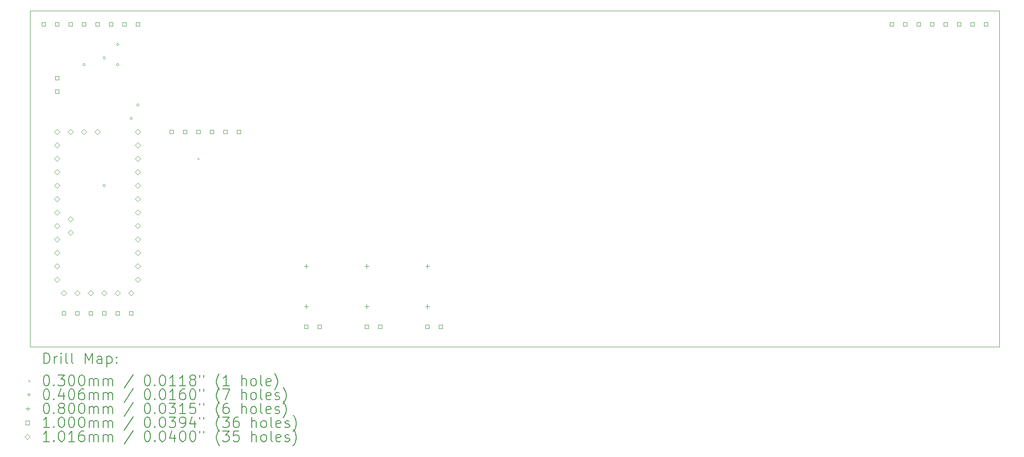
<source format=gbr>
%TF.GenerationSoftware,KiCad,Pcbnew,7.0.11+dfsg-1*%
%TF.CreationDate,2024-03-19T11:49:26-04:00*%
%TF.ProjectId,base,62617365-2e6b-4696-9361-645f70636258,rev?*%
%TF.SameCoordinates,Original*%
%TF.FileFunction,Drillmap*%
%TF.FilePolarity,Positive*%
%FSLAX45Y45*%
G04 Gerber Fmt 4.5, Leading zero omitted, Abs format (unit mm)*
G04 Created by KiCad (PCBNEW 7.0.11+dfsg-1) date 2024-03-19 11:49:26*
%MOMM*%
%LPD*%
G01*
G04 APERTURE LIST*
%ADD10C,0.050000*%
%ADD11C,0.200000*%
%ADD12C,0.100000*%
%ADD13C,0.101600*%
G04 APERTURE END LIST*
D10*
X5080000Y-6350000D02*
X23368000Y-6350000D01*
X23368000Y-12700000D01*
X5080000Y-12700000D01*
X5080000Y-6350000D01*
D11*
D12*
X8240000Y-9129000D02*
X8270000Y-9159000D01*
X8270000Y-9129000D02*
X8240000Y-9159000D01*
X6116320Y-7366000D02*
G75*
G03*
X6075680Y-7366000I-20320J0D01*
G01*
X6075680Y-7366000D02*
G75*
G03*
X6116320Y-7366000I20320J0D01*
G01*
X6497320Y-7239000D02*
G75*
G03*
X6456680Y-7239000I-20320J0D01*
G01*
X6456680Y-7239000D02*
G75*
G03*
X6497320Y-7239000I20320J0D01*
G01*
X6497320Y-9652000D02*
G75*
G03*
X6456680Y-9652000I-20320J0D01*
G01*
X6456680Y-9652000D02*
G75*
G03*
X6497320Y-9652000I20320J0D01*
G01*
X6751320Y-6985000D02*
G75*
G03*
X6710680Y-6985000I-20320J0D01*
G01*
X6710680Y-6985000D02*
G75*
G03*
X6751320Y-6985000I20320J0D01*
G01*
X6751320Y-7366000D02*
G75*
G03*
X6710680Y-7366000I-20320J0D01*
G01*
X6710680Y-7366000D02*
G75*
G03*
X6751320Y-7366000I20320J0D01*
G01*
X7005320Y-8382000D02*
G75*
G03*
X6964680Y-8382000I-20320J0D01*
G01*
X6964680Y-8382000D02*
G75*
G03*
X7005320Y-8382000I20320J0D01*
G01*
X7132320Y-8128000D02*
G75*
G03*
X7091680Y-8128000I-20320J0D01*
G01*
X7091680Y-8128000D02*
G75*
G03*
X7132320Y-8128000I20320J0D01*
G01*
X10287000Y-11136000D02*
X10287000Y-11216000D01*
X10247000Y-11176000D02*
X10327000Y-11176000D01*
X10287000Y-11898000D02*
X10287000Y-11978000D01*
X10247000Y-11938000D02*
X10327000Y-11938000D01*
X11430000Y-11136000D02*
X11430000Y-11216000D01*
X11390000Y-11176000D02*
X11470000Y-11176000D01*
X11430000Y-11898000D02*
X11430000Y-11978000D01*
X11390000Y-11938000D02*
X11470000Y-11938000D01*
X12573000Y-11136000D02*
X12573000Y-11216000D01*
X12533000Y-11176000D02*
X12613000Y-11176000D01*
X12573000Y-11898000D02*
X12573000Y-11978000D01*
X12533000Y-11938000D02*
X12613000Y-11938000D01*
X5369356Y-6639356D02*
X5369356Y-6568644D01*
X5298644Y-6568644D01*
X5298644Y-6639356D01*
X5369356Y-6639356D01*
X5623356Y-6639356D02*
X5623356Y-6568644D01*
X5552644Y-6568644D01*
X5552644Y-6639356D01*
X5623356Y-6639356D01*
X5623356Y-7655356D02*
X5623356Y-7584644D01*
X5552644Y-7584644D01*
X5552644Y-7655356D01*
X5623356Y-7655356D01*
X5623356Y-7909356D02*
X5623356Y-7838644D01*
X5552644Y-7838644D01*
X5552644Y-7909356D01*
X5623356Y-7909356D01*
X5750356Y-12100356D02*
X5750356Y-12029644D01*
X5679644Y-12029644D01*
X5679644Y-12100356D01*
X5750356Y-12100356D01*
X5877356Y-6639356D02*
X5877356Y-6568644D01*
X5806644Y-6568644D01*
X5806644Y-6639356D01*
X5877356Y-6639356D01*
X6004356Y-12100356D02*
X6004356Y-12029644D01*
X5933644Y-12029644D01*
X5933644Y-12100356D01*
X6004356Y-12100356D01*
X6131356Y-6639356D02*
X6131356Y-6568644D01*
X6060644Y-6568644D01*
X6060644Y-6639356D01*
X6131356Y-6639356D01*
X6258356Y-12100356D02*
X6258356Y-12029644D01*
X6187644Y-12029644D01*
X6187644Y-12100356D01*
X6258356Y-12100356D01*
X6385356Y-6639356D02*
X6385356Y-6568644D01*
X6314644Y-6568644D01*
X6314644Y-6639356D01*
X6385356Y-6639356D01*
X6512356Y-12100356D02*
X6512356Y-12029644D01*
X6441644Y-12029644D01*
X6441644Y-12100356D01*
X6512356Y-12100356D01*
X6639356Y-6639356D02*
X6639356Y-6568644D01*
X6568644Y-6568644D01*
X6568644Y-6639356D01*
X6639356Y-6639356D01*
X6766356Y-12100356D02*
X6766356Y-12029644D01*
X6695644Y-12029644D01*
X6695644Y-12100356D01*
X6766356Y-12100356D01*
X6893356Y-6639356D02*
X6893356Y-6568644D01*
X6822644Y-6568644D01*
X6822644Y-6639356D01*
X6893356Y-6639356D01*
X7020356Y-12100356D02*
X7020356Y-12029644D01*
X6949644Y-12029644D01*
X6949644Y-12100356D01*
X7020356Y-12100356D01*
X7147356Y-6639356D02*
X7147356Y-6568644D01*
X7076644Y-6568644D01*
X7076644Y-6639356D01*
X7147356Y-6639356D01*
X7782356Y-8671356D02*
X7782356Y-8600644D01*
X7711644Y-8600644D01*
X7711644Y-8671356D01*
X7782356Y-8671356D01*
X8036356Y-8671356D02*
X8036356Y-8600644D01*
X7965644Y-8600644D01*
X7965644Y-8671356D01*
X8036356Y-8671356D01*
X8290356Y-8671356D02*
X8290356Y-8600644D01*
X8219644Y-8600644D01*
X8219644Y-8671356D01*
X8290356Y-8671356D01*
X8544356Y-8671356D02*
X8544356Y-8600644D01*
X8473644Y-8600644D01*
X8473644Y-8671356D01*
X8544356Y-8671356D01*
X8798356Y-8671356D02*
X8798356Y-8600644D01*
X8727644Y-8600644D01*
X8727644Y-8671356D01*
X8798356Y-8671356D01*
X9052356Y-8671356D02*
X9052356Y-8600644D01*
X8981644Y-8600644D01*
X8981644Y-8671356D01*
X9052356Y-8671356D01*
X10322356Y-12354356D02*
X10322356Y-12283644D01*
X10251644Y-12283644D01*
X10251644Y-12354356D01*
X10322356Y-12354356D01*
X10576356Y-12354356D02*
X10576356Y-12283644D01*
X10505644Y-12283644D01*
X10505644Y-12354356D01*
X10576356Y-12354356D01*
X11465356Y-12354356D02*
X11465356Y-12283644D01*
X11394644Y-12283644D01*
X11394644Y-12354356D01*
X11465356Y-12354356D01*
X11719356Y-12354356D02*
X11719356Y-12283644D01*
X11648644Y-12283644D01*
X11648644Y-12354356D01*
X11719356Y-12354356D01*
X12608356Y-12354356D02*
X12608356Y-12283644D01*
X12537644Y-12283644D01*
X12537644Y-12354356D01*
X12608356Y-12354356D01*
X12862356Y-12354356D02*
X12862356Y-12283644D01*
X12791644Y-12283644D01*
X12791644Y-12354356D01*
X12862356Y-12354356D01*
X21371356Y-6639356D02*
X21371356Y-6568644D01*
X21300644Y-6568644D01*
X21300644Y-6639356D01*
X21371356Y-6639356D01*
X21625356Y-6639356D02*
X21625356Y-6568644D01*
X21554644Y-6568644D01*
X21554644Y-6639356D01*
X21625356Y-6639356D01*
X21879356Y-6639356D02*
X21879356Y-6568644D01*
X21808644Y-6568644D01*
X21808644Y-6639356D01*
X21879356Y-6639356D01*
X22133356Y-6639356D02*
X22133356Y-6568644D01*
X22062644Y-6568644D01*
X22062644Y-6639356D01*
X22133356Y-6639356D01*
X22387356Y-6639356D02*
X22387356Y-6568644D01*
X22316644Y-6568644D01*
X22316644Y-6639356D01*
X22387356Y-6639356D01*
X22641356Y-6639356D02*
X22641356Y-6568644D01*
X22570644Y-6568644D01*
X22570644Y-6639356D01*
X22641356Y-6639356D01*
X22895356Y-6639356D02*
X22895356Y-6568644D01*
X22824644Y-6568644D01*
X22824644Y-6639356D01*
X22895356Y-6639356D01*
X23149356Y-6639356D02*
X23149356Y-6568644D01*
X23078644Y-6568644D01*
X23078644Y-6639356D01*
X23149356Y-6639356D01*
D13*
X5588000Y-8686800D02*
X5638800Y-8636000D01*
X5588000Y-8585200D01*
X5537200Y-8636000D01*
X5588000Y-8686800D01*
X5588000Y-8940800D02*
X5638800Y-8890000D01*
X5588000Y-8839200D01*
X5537200Y-8890000D01*
X5588000Y-8940800D01*
X5588000Y-9194800D02*
X5638800Y-9144000D01*
X5588000Y-9093200D01*
X5537200Y-9144000D01*
X5588000Y-9194800D01*
X5588000Y-9448800D02*
X5638800Y-9398000D01*
X5588000Y-9347200D01*
X5537200Y-9398000D01*
X5588000Y-9448800D01*
X5588000Y-9702800D02*
X5638800Y-9652000D01*
X5588000Y-9601200D01*
X5537200Y-9652000D01*
X5588000Y-9702800D01*
X5588000Y-9956800D02*
X5638800Y-9906000D01*
X5588000Y-9855200D01*
X5537200Y-9906000D01*
X5588000Y-9956800D01*
X5588000Y-10210800D02*
X5638800Y-10160000D01*
X5588000Y-10109200D01*
X5537200Y-10160000D01*
X5588000Y-10210800D01*
X5588000Y-10464800D02*
X5638800Y-10414000D01*
X5588000Y-10363200D01*
X5537200Y-10414000D01*
X5588000Y-10464800D01*
X5588000Y-10718800D02*
X5638800Y-10668000D01*
X5588000Y-10617200D01*
X5537200Y-10668000D01*
X5588000Y-10718800D01*
X5588000Y-10972800D02*
X5638800Y-10922000D01*
X5588000Y-10871200D01*
X5537200Y-10922000D01*
X5588000Y-10972800D01*
X5588000Y-11226800D02*
X5638800Y-11176000D01*
X5588000Y-11125200D01*
X5537200Y-11176000D01*
X5588000Y-11226800D01*
X5588000Y-11480800D02*
X5638800Y-11430000D01*
X5588000Y-11379200D01*
X5537200Y-11430000D01*
X5588000Y-11480800D01*
X5715000Y-11734800D02*
X5765800Y-11684000D01*
X5715000Y-11633200D01*
X5664200Y-11684000D01*
X5715000Y-11734800D01*
X5842000Y-8686800D02*
X5892800Y-8636000D01*
X5842000Y-8585200D01*
X5791200Y-8636000D01*
X5842000Y-8686800D01*
X5842000Y-10337800D02*
X5892800Y-10287000D01*
X5842000Y-10236200D01*
X5791200Y-10287000D01*
X5842000Y-10337800D01*
X5842000Y-10591800D02*
X5892800Y-10541000D01*
X5842000Y-10490200D01*
X5791200Y-10541000D01*
X5842000Y-10591800D01*
X5969000Y-11734800D02*
X6019800Y-11684000D01*
X5969000Y-11633200D01*
X5918200Y-11684000D01*
X5969000Y-11734800D01*
X6096000Y-8686800D02*
X6146800Y-8636000D01*
X6096000Y-8585200D01*
X6045200Y-8636000D01*
X6096000Y-8686800D01*
X6223000Y-11734800D02*
X6273800Y-11684000D01*
X6223000Y-11633200D01*
X6172200Y-11684000D01*
X6223000Y-11734800D01*
X6350000Y-8686800D02*
X6400800Y-8636000D01*
X6350000Y-8585200D01*
X6299200Y-8636000D01*
X6350000Y-8686800D01*
X6477000Y-11734800D02*
X6527800Y-11684000D01*
X6477000Y-11633200D01*
X6426200Y-11684000D01*
X6477000Y-11734800D01*
X6731000Y-11734800D02*
X6781800Y-11684000D01*
X6731000Y-11633200D01*
X6680200Y-11684000D01*
X6731000Y-11734800D01*
X6985000Y-11734800D02*
X7035800Y-11684000D01*
X6985000Y-11633200D01*
X6934200Y-11684000D01*
X6985000Y-11734800D01*
X7112000Y-8686800D02*
X7162800Y-8636000D01*
X7112000Y-8585200D01*
X7061200Y-8636000D01*
X7112000Y-8686800D01*
X7112000Y-8940800D02*
X7162800Y-8890000D01*
X7112000Y-8839200D01*
X7061200Y-8890000D01*
X7112000Y-8940800D01*
X7112000Y-9194800D02*
X7162800Y-9144000D01*
X7112000Y-9093200D01*
X7061200Y-9144000D01*
X7112000Y-9194800D01*
X7112000Y-9448800D02*
X7162800Y-9398000D01*
X7112000Y-9347200D01*
X7061200Y-9398000D01*
X7112000Y-9448800D01*
X7112000Y-9702800D02*
X7162800Y-9652000D01*
X7112000Y-9601200D01*
X7061200Y-9652000D01*
X7112000Y-9702800D01*
X7112000Y-9956800D02*
X7162800Y-9906000D01*
X7112000Y-9855200D01*
X7061200Y-9906000D01*
X7112000Y-9956800D01*
X7112000Y-10210800D02*
X7162800Y-10160000D01*
X7112000Y-10109200D01*
X7061200Y-10160000D01*
X7112000Y-10210800D01*
X7112000Y-10464800D02*
X7162800Y-10414000D01*
X7112000Y-10363200D01*
X7061200Y-10414000D01*
X7112000Y-10464800D01*
X7112000Y-10718800D02*
X7162800Y-10668000D01*
X7112000Y-10617200D01*
X7061200Y-10668000D01*
X7112000Y-10718800D01*
X7112000Y-10972800D02*
X7162800Y-10922000D01*
X7112000Y-10871200D01*
X7061200Y-10922000D01*
X7112000Y-10972800D01*
X7112000Y-11226800D02*
X7162800Y-11176000D01*
X7112000Y-11125200D01*
X7061200Y-11176000D01*
X7112000Y-11226800D01*
X7112000Y-11480800D02*
X7162800Y-11430000D01*
X7112000Y-11379200D01*
X7061200Y-11430000D01*
X7112000Y-11480800D01*
D11*
X5338277Y-13013984D02*
X5338277Y-12813984D01*
X5338277Y-12813984D02*
X5385896Y-12813984D01*
X5385896Y-12813984D02*
X5414467Y-12823508D01*
X5414467Y-12823508D02*
X5433515Y-12842555D01*
X5433515Y-12842555D02*
X5443039Y-12861603D01*
X5443039Y-12861603D02*
X5452563Y-12899698D01*
X5452563Y-12899698D02*
X5452563Y-12928269D01*
X5452563Y-12928269D02*
X5443039Y-12966365D01*
X5443039Y-12966365D02*
X5433515Y-12985412D01*
X5433515Y-12985412D02*
X5414467Y-13004460D01*
X5414467Y-13004460D02*
X5385896Y-13013984D01*
X5385896Y-13013984D02*
X5338277Y-13013984D01*
X5538277Y-13013984D02*
X5538277Y-12880650D01*
X5538277Y-12918746D02*
X5547801Y-12899698D01*
X5547801Y-12899698D02*
X5557324Y-12890174D01*
X5557324Y-12890174D02*
X5576372Y-12880650D01*
X5576372Y-12880650D02*
X5595420Y-12880650D01*
X5662086Y-13013984D02*
X5662086Y-12880650D01*
X5662086Y-12813984D02*
X5652562Y-12823508D01*
X5652562Y-12823508D02*
X5662086Y-12833031D01*
X5662086Y-12833031D02*
X5671610Y-12823508D01*
X5671610Y-12823508D02*
X5662086Y-12813984D01*
X5662086Y-12813984D02*
X5662086Y-12833031D01*
X5785896Y-13013984D02*
X5766848Y-13004460D01*
X5766848Y-13004460D02*
X5757324Y-12985412D01*
X5757324Y-12985412D02*
X5757324Y-12813984D01*
X5890658Y-13013984D02*
X5871610Y-13004460D01*
X5871610Y-13004460D02*
X5862086Y-12985412D01*
X5862086Y-12985412D02*
X5862086Y-12813984D01*
X6119229Y-13013984D02*
X6119229Y-12813984D01*
X6119229Y-12813984D02*
X6185896Y-12956841D01*
X6185896Y-12956841D02*
X6252562Y-12813984D01*
X6252562Y-12813984D02*
X6252562Y-13013984D01*
X6433515Y-13013984D02*
X6433515Y-12909222D01*
X6433515Y-12909222D02*
X6423991Y-12890174D01*
X6423991Y-12890174D02*
X6404943Y-12880650D01*
X6404943Y-12880650D02*
X6366848Y-12880650D01*
X6366848Y-12880650D02*
X6347801Y-12890174D01*
X6433515Y-13004460D02*
X6414467Y-13013984D01*
X6414467Y-13013984D02*
X6366848Y-13013984D01*
X6366848Y-13013984D02*
X6347801Y-13004460D01*
X6347801Y-13004460D02*
X6338277Y-12985412D01*
X6338277Y-12985412D02*
X6338277Y-12966365D01*
X6338277Y-12966365D02*
X6347801Y-12947317D01*
X6347801Y-12947317D02*
X6366848Y-12937793D01*
X6366848Y-12937793D02*
X6414467Y-12937793D01*
X6414467Y-12937793D02*
X6433515Y-12928269D01*
X6528753Y-12880650D02*
X6528753Y-13080650D01*
X6528753Y-12890174D02*
X6547801Y-12880650D01*
X6547801Y-12880650D02*
X6585896Y-12880650D01*
X6585896Y-12880650D02*
X6604943Y-12890174D01*
X6604943Y-12890174D02*
X6614467Y-12899698D01*
X6614467Y-12899698D02*
X6623991Y-12918746D01*
X6623991Y-12918746D02*
X6623991Y-12975888D01*
X6623991Y-12975888D02*
X6614467Y-12994936D01*
X6614467Y-12994936D02*
X6604943Y-13004460D01*
X6604943Y-13004460D02*
X6585896Y-13013984D01*
X6585896Y-13013984D02*
X6547801Y-13013984D01*
X6547801Y-13013984D02*
X6528753Y-13004460D01*
X6709705Y-12994936D02*
X6719229Y-13004460D01*
X6719229Y-13004460D02*
X6709705Y-13013984D01*
X6709705Y-13013984D02*
X6700182Y-13004460D01*
X6700182Y-13004460D02*
X6709705Y-12994936D01*
X6709705Y-12994936D02*
X6709705Y-13013984D01*
X6709705Y-12890174D02*
X6719229Y-12899698D01*
X6719229Y-12899698D02*
X6709705Y-12909222D01*
X6709705Y-12909222D02*
X6700182Y-12899698D01*
X6700182Y-12899698D02*
X6709705Y-12890174D01*
X6709705Y-12890174D02*
X6709705Y-12909222D01*
D12*
X5047500Y-13327500D02*
X5077500Y-13357500D01*
X5077500Y-13327500D02*
X5047500Y-13357500D01*
D11*
X5376372Y-13233984D02*
X5395420Y-13233984D01*
X5395420Y-13233984D02*
X5414467Y-13243508D01*
X5414467Y-13243508D02*
X5423991Y-13253031D01*
X5423991Y-13253031D02*
X5433515Y-13272079D01*
X5433515Y-13272079D02*
X5443039Y-13310174D01*
X5443039Y-13310174D02*
X5443039Y-13357793D01*
X5443039Y-13357793D02*
X5433515Y-13395888D01*
X5433515Y-13395888D02*
X5423991Y-13414936D01*
X5423991Y-13414936D02*
X5414467Y-13424460D01*
X5414467Y-13424460D02*
X5395420Y-13433984D01*
X5395420Y-13433984D02*
X5376372Y-13433984D01*
X5376372Y-13433984D02*
X5357324Y-13424460D01*
X5357324Y-13424460D02*
X5347801Y-13414936D01*
X5347801Y-13414936D02*
X5338277Y-13395888D01*
X5338277Y-13395888D02*
X5328753Y-13357793D01*
X5328753Y-13357793D02*
X5328753Y-13310174D01*
X5328753Y-13310174D02*
X5338277Y-13272079D01*
X5338277Y-13272079D02*
X5347801Y-13253031D01*
X5347801Y-13253031D02*
X5357324Y-13243508D01*
X5357324Y-13243508D02*
X5376372Y-13233984D01*
X5528753Y-13414936D02*
X5538277Y-13424460D01*
X5538277Y-13424460D02*
X5528753Y-13433984D01*
X5528753Y-13433984D02*
X5519229Y-13424460D01*
X5519229Y-13424460D02*
X5528753Y-13414936D01*
X5528753Y-13414936D02*
X5528753Y-13433984D01*
X5604943Y-13233984D02*
X5728753Y-13233984D01*
X5728753Y-13233984D02*
X5662086Y-13310174D01*
X5662086Y-13310174D02*
X5690658Y-13310174D01*
X5690658Y-13310174D02*
X5709705Y-13319698D01*
X5709705Y-13319698D02*
X5719229Y-13329222D01*
X5719229Y-13329222D02*
X5728753Y-13348269D01*
X5728753Y-13348269D02*
X5728753Y-13395888D01*
X5728753Y-13395888D02*
X5719229Y-13414936D01*
X5719229Y-13414936D02*
X5709705Y-13424460D01*
X5709705Y-13424460D02*
X5690658Y-13433984D01*
X5690658Y-13433984D02*
X5633515Y-13433984D01*
X5633515Y-13433984D02*
X5614467Y-13424460D01*
X5614467Y-13424460D02*
X5604943Y-13414936D01*
X5852562Y-13233984D02*
X5871610Y-13233984D01*
X5871610Y-13233984D02*
X5890658Y-13243508D01*
X5890658Y-13243508D02*
X5900182Y-13253031D01*
X5900182Y-13253031D02*
X5909705Y-13272079D01*
X5909705Y-13272079D02*
X5919229Y-13310174D01*
X5919229Y-13310174D02*
X5919229Y-13357793D01*
X5919229Y-13357793D02*
X5909705Y-13395888D01*
X5909705Y-13395888D02*
X5900182Y-13414936D01*
X5900182Y-13414936D02*
X5890658Y-13424460D01*
X5890658Y-13424460D02*
X5871610Y-13433984D01*
X5871610Y-13433984D02*
X5852562Y-13433984D01*
X5852562Y-13433984D02*
X5833515Y-13424460D01*
X5833515Y-13424460D02*
X5823991Y-13414936D01*
X5823991Y-13414936D02*
X5814467Y-13395888D01*
X5814467Y-13395888D02*
X5804943Y-13357793D01*
X5804943Y-13357793D02*
X5804943Y-13310174D01*
X5804943Y-13310174D02*
X5814467Y-13272079D01*
X5814467Y-13272079D02*
X5823991Y-13253031D01*
X5823991Y-13253031D02*
X5833515Y-13243508D01*
X5833515Y-13243508D02*
X5852562Y-13233984D01*
X6043039Y-13233984D02*
X6062086Y-13233984D01*
X6062086Y-13233984D02*
X6081134Y-13243508D01*
X6081134Y-13243508D02*
X6090658Y-13253031D01*
X6090658Y-13253031D02*
X6100182Y-13272079D01*
X6100182Y-13272079D02*
X6109705Y-13310174D01*
X6109705Y-13310174D02*
X6109705Y-13357793D01*
X6109705Y-13357793D02*
X6100182Y-13395888D01*
X6100182Y-13395888D02*
X6090658Y-13414936D01*
X6090658Y-13414936D02*
X6081134Y-13424460D01*
X6081134Y-13424460D02*
X6062086Y-13433984D01*
X6062086Y-13433984D02*
X6043039Y-13433984D01*
X6043039Y-13433984D02*
X6023991Y-13424460D01*
X6023991Y-13424460D02*
X6014467Y-13414936D01*
X6014467Y-13414936D02*
X6004943Y-13395888D01*
X6004943Y-13395888D02*
X5995420Y-13357793D01*
X5995420Y-13357793D02*
X5995420Y-13310174D01*
X5995420Y-13310174D02*
X6004943Y-13272079D01*
X6004943Y-13272079D02*
X6014467Y-13253031D01*
X6014467Y-13253031D02*
X6023991Y-13243508D01*
X6023991Y-13243508D02*
X6043039Y-13233984D01*
X6195420Y-13433984D02*
X6195420Y-13300650D01*
X6195420Y-13319698D02*
X6204943Y-13310174D01*
X6204943Y-13310174D02*
X6223991Y-13300650D01*
X6223991Y-13300650D02*
X6252563Y-13300650D01*
X6252563Y-13300650D02*
X6271610Y-13310174D01*
X6271610Y-13310174D02*
X6281134Y-13329222D01*
X6281134Y-13329222D02*
X6281134Y-13433984D01*
X6281134Y-13329222D02*
X6290658Y-13310174D01*
X6290658Y-13310174D02*
X6309705Y-13300650D01*
X6309705Y-13300650D02*
X6338277Y-13300650D01*
X6338277Y-13300650D02*
X6357324Y-13310174D01*
X6357324Y-13310174D02*
X6366848Y-13329222D01*
X6366848Y-13329222D02*
X6366848Y-13433984D01*
X6462086Y-13433984D02*
X6462086Y-13300650D01*
X6462086Y-13319698D02*
X6471610Y-13310174D01*
X6471610Y-13310174D02*
X6490658Y-13300650D01*
X6490658Y-13300650D02*
X6519229Y-13300650D01*
X6519229Y-13300650D02*
X6538277Y-13310174D01*
X6538277Y-13310174D02*
X6547801Y-13329222D01*
X6547801Y-13329222D02*
X6547801Y-13433984D01*
X6547801Y-13329222D02*
X6557324Y-13310174D01*
X6557324Y-13310174D02*
X6576372Y-13300650D01*
X6576372Y-13300650D02*
X6604943Y-13300650D01*
X6604943Y-13300650D02*
X6623991Y-13310174D01*
X6623991Y-13310174D02*
X6633515Y-13329222D01*
X6633515Y-13329222D02*
X6633515Y-13433984D01*
X7023991Y-13224460D02*
X6852563Y-13481603D01*
X7281134Y-13233984D02*
X7300182Y-13233984D01*
X7300182Y-13233984D02*
X7319229Y-13243508D01*
X7319229Y-13243508D02*
X7328753Y-13253031D01*
X7328753Y-13253031D02*
X7338277Y-13272079D01*
X7338277Y-13272079D02*
X7347801Y-13310174D01*
X7347801Y-13310174D02*
X7347801Y-13357793D01*
X7347801Y-13357793D02*
X7338277Y-13395888D01*
X7338277Y-13395888D02*
X7328753Y-13414936D01*
X7328753Y-13414936D02*
X7319229Y-13424460D01*
X7319229Y-13424460D02*
X7300182Y-13433984D01*
X7300182Y-13433984D02*
X7281134Y-13433984D01*
X7281134Y-13433984D02*
X7262086Y-13424460D01*
X7262086Y-13424460D02*
X7252563Y-13414936D01*
X7252563Y-13414936D02*
X7243039Y-13395888D01*
X7243039Y-13395888D02*
X7233515Y-13357793D01*
X7233515Y-13357793D02*
X7233515Y-13310174D01*
X7233515Y-13310174D02*
X7243039Y-13272079D01*
X7243039Y-13272079D02*
X7252563Y-13253031D01*
X7252563Y-13253031D02*
X7262086Y-13243508D01*
X7262086Y-13243508D02*
X7281134Y-13233984D01*
X7433515Y-13414936D02*
X7443039Y-13424460D01*
X7443039Y-13424460D02*
X7433515Y-13433984D01*
X7433515Y-13433984D02*
X7423991Y-13424460D01*
X7423991Y-13424460D02*
X7433515Y-13414936D01*
X7433515Y-13414936D02*
X7433515Y-13433984D01*
X7566848Y-13233984D02*
X7585896Y-13233984D01*
X7585896Y-13233984D02*
X7604944Y-13243508D01*
X7604944Y-13243508D02*
X7614467Y-13253031D01*
X7614467Y-13253031D02*
X7623991Y-13272079D01*
X7623991Y-13272079D02*
X7633515Y-13310174D01*
X7633515Y-13310174D02*
X7633515Y-13357793D01*
X7633515Y-13357793D02*
X7623991Y-13395888D01*
X7623991Y-13395888D02*
X7614467Y-13414936D01*
X7614467Y-13414936D02*
X7604944Y-13424460D01*
X7604944Y-13424460D02*
X7585896Y-13433984D01*
X7585896Y-13433984D02*
X7566848Y-13433984D01*
X7566848Y-13433984D02*
X7547801Y-13424460D01*
X7547801Y-13424460D02*
X7538277Y-13414936D01*
X7538277Y-13414936D02*
X7528753Y-13395888D01*
X7528753Y-13395888D02*
X7519229Y-13357793D01*
X7519229Y-13357793D02*
X7519229Y-13310174D01*
X7519229Y-13310174D02*
X7528753Y-13272079D01*
X7528753Y-13272079D02*
X7538277Y-13253031D01*
X7538277Y-13253031D02*
X7547801Y-13243508D01*
X7547801Y-13243508D02*
X7566848Y-13233984D01*
X7823991Y-13433984D02*
X7709706Y-13433984D01*
X7766848Y-13433984D02*
X7766848Y-13233984D01*
X7766848Y-13233984D02*
X7747801Y-13262555D01*
X7747801Y-13262555D02*
X7728753Y-13281603D01*
X7728753Y-13281603D02*
X7709706Y-13291127D01*
X8014467Y-13433984D02*
X7900182Y-13433984D01*
X7957325Y-13433984D02*
X7957325Y-13233984D01*
X7957325Y-13233984D02*
X7938277Y-13262555D01*
X7938277Y-13262555D02*
X7919229Y-13281603D01*
X7919229Y-13281603D02*
X7900182Y-13291127D01*
X8128753Y-13319698D02*
X8109706Y-13310174D01*
X8109706Y-13310174D02*
X8100182Y-13300650D01*
X8100182Y-13300650D02*
X8090658Y-13281603D01*
X8090658Y-13281603D02*
X8090658Y-13272079D01*
X8090658Y-13272079D02*
X8100182Y-13253031D01*
X8100182Y-13253031D02*
X8109706Y-13243508D01*
X8109706Y-13243508D02*
X8128753Y-13233984D01*
X8128753Y-13233984D02*
X8166848Y-13233984D01*
X8166848Y-13233984D02*
X8185896Y-13243508D01*
X8185896Y-13243508D02*
X8195420Y-13253031D01*
X8195420Y-13253031D02*
X8204944Y-13272079D01*
X8204944Y-13272079D02*
X8204944Y-13281603D01*
X8204944Y-13281603D02*
X8195420Y-13300650D01*
X8195420Y-13300650D02*
X8185896Y-13310174D01*
X8185896Y-13310174D02*
X8166848Y-13319698D01*
X8166848Y-13319698D02*
X8128753Y-13319698D01*
X8128753Y-13319698D02*
X8109706Y-13329222D01*
X8109706Y-13329222D02*
X8100182Y-13338746D01*
X8100182Y-13338746D02*
X8090658Y-13357793D01*
X8090658Y-13357793D02*
X8090658Y-13395888D01*
X8090658Y-13395888D02*
X8100182Y-13414936D01*
X8100182Y-13414936D02*
X8109706Y-13424460D01*
X8109706Y-13424460D02*
X8128753Y-13433984D01*
X8128753Y-13433984D02*
X8166848Y-13433984D01*
X8166848Y-13433984D02*
X8185896Y-13424460D01*
X8185896Y-13424460D02*
X8195420Y-13414936D01*
X8195420Y-13414936D02*
X8204944Y-13395888D01*
X8204944Y-13395888D02*
X8204944Y-13357793D01*
X8204944Y-13357793D02*
X8195420Y-13338746D01*
X8195420Y-13338746D02*
X8185896Y-13329222D01*
X8185896Y-13329222D02*
X8166848Y-13319698D01*
X8281134Y-13233984D02*
X8281134Y-13272079D01*
X8357325Y-13233984D02*
X8357325Y-13272079D01*
X8652563Y-13510174D02*
X8643039Y-13500650D01*
X8643039Y-13500650D02*
X8623991Y-13472079D01*
X8623991Y-13472079D02*
X8614468Y-13453031D01*
X8614468Y-13453031D02*
X8604944Y-13424460D01*
X8604944Y-13424460D02*
X8595420Y-13376841D01*
X8595420Y-13376841D02*
X8595420Y-13338746D01*
X8595420Y-13338746D02*
X8604944Y-13291127D01*
X8604944Y-13291127D02*
X8614468Y-13262555D01*
X8614468Y-13262555D02*
X8623991Y-13243508D01*
X8623991Y-13243508D02*
X8643039Y-13214936D01*
X8643039Y-13214936D02*
X8652563Y-13205412D01*
X8833515Y-13433984D02*
X8719230Y-13433984D01*
X8776372Y-13433984D02*
X8776372Y-13233984D01*
X8776372Y-13233984D02*
X8757325Y-13262555D01*
X8757325Y-13262555D02*
X8738277Y-13281603D01*
X8738277Y-13281603D02*
X8719230Y-13291127D01*
X9071611Y-13433984D02*
X9071611Y-13233984D01*
X9157325Y-13433984D02*
X9157325Y-13329222D01*
X9157325Y-13329222D02*
X9147801Y-13310174D01*
X9147801Y-13310174D02*
X9128753Y-13300650D01*
X9128753Y-13300650D02*
X9100182Y-13300650D01*
X9100182Y-13300650D02*
X9081134Y-13310174D01*
X9081134Y-13310174D02*
X9071611Y-13319698D01*
X9281134Y-13433984D02*
X9262087Y-13424460D01*
X9262087Y-13424460D02*
X9252563Y-13414936D01*
X9252563Y-13414936D02*
X9243039Y-13395888D01*
X9243039Y-13395888D02*
X9243039Y-13338746D01*
X9243039Y-13338746D02*
X9252563Y-13319698D01*
X9252563Y-13319698D02*
X9262087Y-13310174D01*
X9262087Y-13310174D02*
X9281134Y-13300650D01*
X9281134Y-13300650D02*
X9309706Y-13300650D01*
X9309706Y-13300650D02*
X9328753Y-13310174D01*
X9328753Y-13310174D02*
X9338277Y-13319698D01*
X9338277Y-13319698D02*
X9347801Y-13338746D01*
X9347801Y-13338746D02*
X9347801Y-13395888D01*
X9347801Y-13395888D02*
X9338277Y-13414936D01*
X9338277Y-13414936D02*
X9328753Y-13424460D01*
X9328753Y-13424460D02*
X9309706Y-13433984D01*
X9309706Y-13433984D02*
X9281134Y-13433984D01*
X9462087Y-13433984D02*
X9443039Y-13424460D01*
X9443039Y-13424460D02*
X9433515Y-13405412D01*
X9433515Y-13405412D02*
X9433515Y-13233984D01*
X9614468Y-13424460D02*
X9595420Y-13433984D01*
X9595420Y-13433984D02*
X9557325Y-13433984D01*
X9557325Y-13433984D02*
X9538277Y-13424460D01*
X9538277Y-13424460D02*
X9528753Y-13405412D01*
X9528753Y-13405412D02*
X9528753Y-13329222D01*
X9528753Y-13329222D02*
X9538277Y-13310174D01*
X9538277Y-13310174D02*
X9557325Y-13300650D01*
X9557325Y-13300650D02*
X9595420Y-13300650D01*
X9595420Y-13300650D02*
X9614468Y-13310174D01*
X9614468Y-13310174D02*
X9623992Y-13329222D01*
X9623992Y-13329222D02*
X9623992Y-13348269D01*
X9623992Y-13348269D02*
X9528753Y-13367317D01*
X9690658Y-13510174D02*
X9700182Y-13500650D01*
X9700182Y-13500650D02*
X9719230Y-13472079D01*
X9719230Y-13472079D02*
X9728753Y-13453031D01*
X9728753Y-13453031D02*
X9738277Y-13424460D01*
X9738277Y-13424460D02*
X9747801Y-13376841D01*
X9747801Y-13376841D02*
X9747801Y-13338746D01*
X9747801Y-13338746D02*
X9738277Y-13291127D01*
X9738277Y-13291127D02*
X9728753Y-13262555D01*
X9728753Y-13262555D02*
X9719230Y-13243508D01*
X9719230Y-13243508D02*
X9700182Y-13214936D01*
X9700182Y-13214936D02*
X9690658Y-13205412D01*
D12*
X5077500Y-13606500D02*
G75*
G03*
X5036860Y-13606500I-20320J0D01*
G01*
X5036860Y-13606500D02*
G75*
G03*
X5077500Y-13606500I20320J0D01*
G01*
D11*
X5376372Y-13497984D02*
X5395420Y-13497984D01*
X5395420Y-13497984D02*
X5414467Y-13507508D01*
X5414467Y-13507508D02*
X5423991Y-13517031D01*
X5423991Y-13517031D02*
X5433515Y-13536079D01*
X5433515Y-13536079D02*
X5443039Y-13574174D01*
X5443039Y-13574174D02*
X5443039Y-13621793D01*
X5443039Y-13621793D02*
X5433515Y-13659888D01*
X5433515Y-13659888D02*
X5423991Y-13678936D01*
X5423991Y-13678936D02*
X5414467Y-13688460D01*
X5414467Y-13688460D02*
X5395420Y-13697984D01*
X5395420Y-13697984D02*
X5376372Y-13697984D01*
X5376372Y-13697984D02*
X5357324Y-13688460D01*
X5357324Y-13688460D02*
X5347801Y-13678936D01*
X5347801Y-13678936D02*
X5338277Y-13659888D01*
X5338277Y-13659888D02*
X5328753Y-13621793D01*
X5328753Y-13621793D02*
X5328753Y-13574174D01*
X5328753Y-13574174D02*
X5338277Y-13536079D01*
X5338277Y-13536079D02*
X5347801Y-13517031D01*
X5347801Y-13517031D02*
X5357324Y-13507508D01*
X5357324Y-13507508D02*
X5376372Y-13497984D01*
X5528753Y-13678936D02*
X5538277Y-13688460D01*
X5538277Y-13688460D02*
X5528753Y-13697984D01*
X5528753Y-13697984D02*
X5519229Y-13688460D01*
X5519229Y-13688460D02*
X5528753Y-13678936D01*
X5528753Y-13678936D02*
X5528753Y-13697984D01*
X5709705Y-13564650D02*
X5709705Y-13697984D01*
X5662086Y-13488460D02*
X5614467Y-13631317D01*
X5614467Y-13631317D02*
X5738277Y-13631317D01*
X5852562Y-13497984D02*
X5871610Y-13497984D01*
X5871610Y-13497984D02*
X5890658Y-13507508D01*
X5890658Y-13507508D02*
X5900182Y-13517031D01*
X5900182Y-13517031D02*
X5909705Y-13536079D01*
X5909705Y-13536079D02*
X5919229Y-13574174D01*
X5919229Y-13574174D02*
X5919229Y-13621793D01*
X5919229Y-13621793D02*
X5909705Y-13659888D01*
X5909705Y-13659888D02*
X5900182Y-13678936D01*
X5900182Y-13678936D02*
X5890658Y-13688460D01*
X5890658Y-13688460D02*
X5871610Y-13697984D01*
X5871610Y-13697984D02*
X5852562Y-13697984D01*
X5852562Y-13697984D02*
X5833515Y-13688460D01*
X5833515Y-13688460D02*
X5823991Y-13678936D01*
X5823991Y-13678936D02*
X5814467Y-13659888D01*
X5814467Y-13659888D02*
X5804943Y-13621793D01*
X5804943Y-13621793D02*
X5804943Y-13574174D01*
X5804943Y-13574174D02*
X5814467Y-13536079D01*
X5814467Y-13536079D02*
X5823991Y-13517031D01*
X5823991Y-13517031D02*
X5833515Y-13507508D01*
X5833515Y-13507508D02*
X5852562Y-13497984D01*
X6090658Y-13497984D02*
X6052562Y-13497984D01*
X6052562Y-13497984D02*
X6033515Y-13507508D01*
X6033515Y-13507508D02*
X6023991Y-13517031D01*
X6023991Y-13517031D02*
X6004943Y-13545603D01*
X6004943Y-13545603D02*
X5995420Y-13583698D01*
X5995420Y-13583698D02*
X5995420Y-13659888D01*
X5995420Y-13659888D02*
X6004943Y-13678936D01*
X6004943Y-13678936D02*
X6014467Y-13688460D01*
X6014467Y-13688460D02*
X6033515Y-13697984D01*
X6033515Y-13697984D02*
X6071610Y-13697984D01*
X6071610Y-13697984D02*
X6090658Y-13688460D01*
X6090658Y-13688460D02*
X6100182Y-13678936D01*
X6100182Y-13678936D02*
X6109705Y-13659888D01*
X6109705Y-13659888D02*
X6109705Y-13612269D01*
X6109705Y-13612269D02*
X6100182Y-13593222D01*
X6100182Y-13593222D02*
X6090658Y-13583698D01*
X6090658Y-13583698D02*
X6071610Y-13574174D01*
X6071610Y-13574174D02*
X6033515Y-13574174D01*
X6033515Y-13574174D02*
X6014467Y-13583698D01*
X6014467Y-13583698D02*
X6004943Y-13593222D01*
X6004943Y-13593222D02*
X5995420Y-13612269D01*
X6195420Y-13697984D02*
X6195420Y-13564650D01*
X6195420Y-13583698D02*
X6204943Y-13574174D01*
X6204943Y-13574174D02*
X6223991Y-13564650D01*
X6223991Y-13564650D02*
X6252563Y-13564650D01*
X6252563Y-13564650D02*
X6271610Y-13574174D01*
X6271610Y-13574174D02*
X6281134Y-13593222D01*
X6281134Y-13593222D02*
X6281134Y-13697984D01*
X6281134Y-13593222D02*
X6290658Y-13574174D01*
X6290658Y-13574174D02*
X6309705Y-13564650D01*
X6309705Y-13564650D02*
X6338277Y-13564650D01*
X6338277Y-13564650D02*
X6357324Y-13574174D01*
X6357324Y-13574174D02*
X6366848Y-13593222D01*
X6366848Y-13593222D02*
X6366848Y-13697984D01*
X6462086Y-13697984D02*
X6462086Y-13564650D01*
X6462086Y-13583698D02*
X6471610Y-13574174D01*
X6471610Y-13574174D02*
X6490658Y-13564650D01*
X6490658Y-13564650D02*
X6519229Y-13564650D01*
X6519229Y-13564650D02*
X6538277Y-13574174D01*
X6538277Y-13574174D02*
X6547801Y-13593222D01*
X6547801Y-13593222D02*
X6547801Y-13697984D01*
X6547801Y-13593222D02*
X6557324Y-13574174D01*
X6557324Y-13574174D02*
X6576372Y-13564650D01*
X6576372Y-13564650D02*
X6604943Y-13564650D01*
X6604943Y-13564650D02*
X6623991Y-13574174D01*
X6623991Y-13574174D02*
X6633515Y-13593222D01*
X6633515Y-13593222D02*
X6633515Y-13697984D01*
X7023991Y-13488460D02*
X6852563Y-13745603D01*
X7281134Y-13497984D02*
X7300182Y-13497984D01*
X7300182Y-13497984D02*
X7319229Y-13507508D01*
X7319229Y-13507508D02*
X7328753Y-13517031D01*
X7328753Y-13517031D02*
X7338277Y-13536079D01*
X7338277Y-13536079D02*
X7347801Y-13574174D01*
X7347801Y-13574174D02*
X7347801Y-13621793D01*
X7347801Y-13621793D02*
X7338277Y-13659888D01*
X7338277Y-13659888D02*
X7328753Y-13678936D01*
X7328753Y-13678936D02*
X7319229Y-13688460D01*
X7319229Y-13688460D02*
X7300182Y-13697984D01*
X7300182Y-13697984D02*
X7281134Y-13697984D01*
X7281134Y-13697984D02*
X7262086Y-13688460D01*
X7262086Y-13688460D02*
X7252563Y-13678936D01*
X7252563Y-13678936D02*
X7243039Y-13659888D01*
X7243039Y-13659888D02*
X7233515Y-13621793D01*
X7233515Y-13621793D02*
X7233515Y-13574174D01*
X7233515Y-13574174D02*
X7243039Y-13536079D01*
X7243039Y-13536079D02*
X7252563Y-13517031D01*
X7252563Y-13517031D02*
X7262086Y-13507508D01*
X7262086Y-13507508D02*
X7281134Y-13497984D01*
X7433515Y-13678936D02*
X7443039Y-13688460D01*
X7443039Y-13688460D02*
X7433515Y-13697984D01*
X7433515Y-13697984D02*
X7423991Y-13688460D01*
X7423991Y-13688460D02*
X7433515Y-13678936D01*
X7433515Y-13678936D02*
X7433515Y-13697984D01*
X7566848Y-13497984D02*
X7585896Y-13497984D01*
X7585896Y-13497984D02*
X7604944Y-13507508D01*
X7604944Y-13507508D02*
X7614467Y-13517031D01*
X7614467Y-13517031D02*
X7623991Y-13536079D01*
X7623991Y-13536079D02*
X7633515Y-13574174D01*
X7633515Y-13574174D02*
X7633515Y-13621793D01*
X7633515Y-13621793D02*
X7623991Y-13659888D01*
X7623991Y-13659888D02*
X7614467Y-13678936D01*
X7614467Y-13678936D02*
X7604944Y-13688460D01*
X7604944Y-13688460D02*
X7585896Y-13697984D01*
X7585896Y-13697984D02*
X7566848Y-13697984D01*
X7566848Y-13697984D02*
X7547801Y-13688460D01*
X7547801Y-13688460D02*
X7538277Y-13678936D01*
X7538277Y-13678936D02*
X7528753Y-13659888D01*
X7528753Y-13659888D02*
X7519229Y-13621793D01*
X7519229Y-13621793D02*
X7519229Y-13574174D01*
X7519229Y-13574174D02*
X7528753Y-13536079D01*
X7528753Y-13536079D02*
X7538277Y-13517031D01*
X7538277Y-13517031D02*
X7547801Y-13507508D01*
X7547801Y-13507508D02*
X7566848Y-13497984D01*
X7823991Y-13697984D02*
X7709706Y-13697984D01*
X7766848Y-13697984D02*
X7766848Y-13497984D01*
X7766848Y-13497984D02*
X7747801Y-13526555D01*
X7747801Y-13526555D02*
X7728753Y-13545603D01*
X7728753Y-13545603D02*
X7709706Y-13555127D01*
X7995420Y-13497984D02*
X7957325Y-13497984D01*
X7957325Y-13497984D02*
X7938277Y-13507508D01*
X7938277Y-13507508D02*
X7928753Y-13517031D01*
X7928753Y-13517031D02*
X7909706Y-13545603D01*
X7909706Y-13545603D02*
X7900182Y-13583698D01*
X7900182Y-13583698D02*
X7900182Y-13659888D01*
X7900182Y-13659888D02*
X7909706Y-13678936D01*
X7909706Y-13678936D02*
X7919229Y-13688460D01*
X7919229Y-13688460D02*
X7938277Y-13697984D01*
X7938277Y-13697984D02*
X7976372Y-13697984D01*
X7976372Y-13697984D02*
X7995420Y-13688460D01*
X7995420Y-13688460D02*
X8004944Y-13678936D01*
X8004944Y-13678936D02*
X8014467Y-13659888D01*
X8014467Y-13659888D02*
X8014467Y-13612269D01*
X8014467Y-13612269D02*
X8004944Y-13593222D01*
X8004944Y-13593222D02*
X7995420Y-13583698D01*
X7995420Y-13583698D02*
X7976372Y-13574174D01*
X7976372Y-13574174D02*
X7938277Y-13574174D01*
X7938277Y-13574174D02*
X7919229Y-13583698D01*
X7919229Y-13583698D02*
X7909706Y-13593222D01*
X7909706Y-13593222D02*
X7900182Y-13612269D01*
X8138277Y-13497984D02*
X8157325Y-13497984D01*
X8157325Y-13497984D02*
X8176372Y-13507508D01*
X8176372Y-13507508D02*
X8185896Y-13517031D01*
X8185896Y-13517031D02*
X8195420Y-13536079D01*
X8195420Y-13536079D02*
X8204944Y-13574174D01*
X8204944Y-13574174D02*
X8204944Y-13621793D01*
X8204944Y-13621793D02*
X8195420Y-13659888D01*
X8195420Y-13659888D02*
X8185896Y-13678936D01*
X8185896Y-13678936D02*
X8176372Y-13688460D01*
X8176372Y-13688460D02*
X8157325Y-13697984D01*
X8157325Y-13697984D02*
X8138277Y-13697984D01*
X8138277Y-13697984D02*
X8119229Y-13688460D01*
X8119229Y-13688460D02*
X8109706Y-13678936D01*
X8109706Y-13678936D02*
X8100182Y-13659888D01*
X8100182Y-13659888D02*
X8090658Y-13621793D01*
X8090658Y-13621793D02*
X8090658Y-13574174D01*
X8090658Y-13574174D02*
X8100182Y-13536079D01*
X8100182Y-13536079D02*
X8109706Y-13517031D01*
X8109706Y-13517031D02*
X8119229Y-13507508D01*
X8119229Y-13507508D02*
X8138277Y-13497984D01*
X8281134Y-13497984D02*
X8281134Y-13536079D01*
X8357325Y-13497984D02*
X8357325Y-13536079D01*
X8652563Y-13774174D02*
X8643039Y-13764650D01*
X8643039Y-13764650D02*
X8623991Y-13736079D01*
X8623991Y-13736079D02*
X8614468Y-13717031D01*
X8614468Y-13717031D02*
X8604944Y-13688460D01*
X8604944Y-13688460D02*
X8595420Y-13640841D01*
X8595420Y-13640841D02*
X8595420Y-13602746D01*
X8595420Y-13602746D02*
X8604944Y-13555127D01*
X8604944Y-13555127D02*
X8614468Y-13526555D01*
X8614468Y-13526555D02*
X8623991Y-13507508D01*
X8623991Y-13507508D02*
X8643039Y-13478936D01*
X8643039Y-13478936D02*
X8652563Y-13469412D01*
X8709706Y-13497984D02*
X8843039Y-13497984D01*
X8843039Y-13497984D02*
X8757325Y-13697984D01*
X9071611Y-13697984D02*
X9071611Y-13497984D01*
X9157325Y-13697984D02*
X9157325Y-13593222D01*
X9157325Y-13593222D02*
X9147801Y-13574174D01*
X9147801Y-13574174D02*
X9128753Y-13564650D01*
X9128753Y-13564650D02*
X9100182Y-13564650D01*
X9100182Y-13564650D02*
X9081134Y-13574174D01*
X9081134Y-13574174D02*
X9071611Y-13583698D01*
X9281134Y-13697984D02*
X9262087Y-13688460D01*
X9262087Y-13688460D02*
X9252563Y-13678936D01*
X9252563Y-13678936D02*
X9243039Y-13659888D01*
X9243039Y-13659888D02*
X9243039Y-13602746D01*
X9243039Y-13602746D02*
X9252563Y-13583698D01*
X9252563Y-13583698D02*
X9262087Y-13574174D01*
X9262087Y-13574174D02*
X9281134Y-13564650D01*
X9281134Y-13564650D02*
X9309706Y-13564650D01*
X9309706Y-13564650D02*
X9328753Y-13574174D01*
X9328753Y-13574174D02*
X9338277Y-13583698D01*
X9338277Y-13583698D02*
X9347801Y-13602746D01*
X9347801Y-13602746D02*
X9347801Y-13659888D01*
X9347801Y-13659888D02*
X9338277Y-13678936D01*
X9338277Y-13678936D02*
X9328753Y-13688460D01*
X9328753Y-13688460D02*
X9309706Y-13697984D01*
X9309706Y-13697984D02*
X9281134Y-13697984D01*
X9462087Y-13697984D02*
X9443039Y-13688460D01*
X9443039Y-13688460D02*
X9433515Y-13669412D01*
X9433515Y-13669412D02*
X9433515Y-13497984D01*
X9614468Y-13688460D02*
X9595420Y-13697984D01*
X9595420Y-13697984D02*
X9557325Y-13697984D01*
X9557325Y-13697984D02*
X9538277Y-13688460D01*
X9538277Y-13688460D02*
X9528753Y-13669412D01*
X9528753Y-13669412D02*
X9528753Y-13593222D01*
X9528753Y-13593222D02*
X9538277Y-13574174D01*
X9538277Y-13574174D02*
X9557325Y-13564650D01*
X9557325Y-13564650D02*
X9595420Y-13564650D01*
X9595420Y-13564650D02*
X9614468Y-13574174D01*
X9614468Y-13574174D02*
X9623992Y-13593222D01*
X9623992Y-13593222D02*
X9623992Y-13612269D01*
X9623992Y-13612269D02*
X9528753Y-13631317D01*
X9700182Y-13688460D02*
X9719230Y-13697984D01*
X9719230Y-13697984D02*
X9757325Y-13697984D01*
X9757325Y-13697984D02*
X9776373Y-13688460D01*
X9776373Y-13688460D02*
X9785896Y-13669412D01*
X9785896Y-13669412D02*
X9785896Y-13659888D01*
X9785896Y-13659888D02*
X9776373Y-13640841D01*
X9776373Y-13640841D02*
X9757325Y-13631317D01*
X9757325Y-13631317D02*
X9728753Y-13631317D01*
X9728753Y-13631317D02*
X9709706Y-13621793D01*
X9709706Y-13621793D02*
X9700182Y-13602746D01*
X9700182Y-13602746D02*
X9700182Y-13593222D01*
X9700182Y-13593222D02*
X9709706Y-13574174D01*
X9709706Y-13574174D02*
X9728753Y-13564650D01*
X9728753Y-13564650D02*
X9757325Y-13564650D01*
X9757325Y-13564650D02*
X9776373Y-13574174D01*
X9852563Y-13774174D02*
X9862087Y-13764650D01*
X9862087Y-13764650D02*
X9881134Y-13736079D01*
X9881134Y-13736079D02*
X9890658Y-13717031D01*
X9890658Y-13717031D02*
X9900182Y-13688460D01*
X9900182Y-13688460D02*
X9909706Y-13640841D01*
X9909706Y-13640841D02*
X9909706Y-13602746D01*
X9909706Y-13602746D02*
X9900182Y-13555127D01*
X9900182Y-13555127D02*
X9890658Y-13526555D01*
X9890658Y-13526555D02*
X9881134Y-13507508D01*
X9881134Y-13507508D02*
X9862087Y-13478936D01*
X9862087Y-13478936D02*
X9852563Y-13469412D01*
D12*
X5037500Y-13830500D02*
X5037500Y-13910500D01*
X4997500Y-13870500D02*
X5077500Y-13870500D01*
D11*
X5376372Y-13761984D02*
X5395420Y-13761984D01*
X5395420Y-13761984D02*
X5414467Y-13771508D01*
X5414467Y-13771508D02*
X5423991Y-13781031D01*
X5423991Y-13781031D02*
X5433515Y-13800079D01*
X5433515Y-13800079D02*
X5443039Y-13838174D01*
X5443039Y-13838174D02*
X5443039Y-13885793D01*
X5443039Y-13885793D02*
X5433515Y-13923888D01*
X5433515Y-13923888D02*
X5423991Y-13942936D01*
X5423991Y-13942936D02*
X5414467Y-13952460D01*
X5414467Y-13952460D02*
X5395420Y-13961984D01*
X5395420Y-13961984D02*
X5376372Y-13961984D01*
X5376372Y-13961984D02*
X5357324Y-13952460D01*
X5357324Y-13952460D02*
X5347801Y-13942936D01*
X5347801Y-13942936D02*
X5338277Y-13923888D01*
X5338277Y-13923888D02*
X5328753Y-13885793D01*
X5328753Y-13885793D02*
X5328753Y-13838174D01*
X5328753Y-13838174D02*
X5338277Y-13800079D01*
X5338277Y-13800079D02*
X5347801Y-13781031D01*
X5347801Y-13781031D02*
X5357324Y-13771508D01*
X5357324Y-13771508D02*
X5376372Y-13761984D01*
X5528753Y-13942936D02*
X5538277Y-13952460D01*
X5538277Y-13952460D02*
X5528753Y-13961984D01*
X5528753Y-13961984D02*
X5519229Y-13952460D01*
X5519229Y-13952460D02*
X5528753Y-13942936D01*
X5528753Y-13942936D02*
X5528753Y-13961984D01*
X5652562Y-13847698D02*
X5633515Y-13838174D01*
X5633515Y-13838174D02*
X5623991Y-13828650D01*
X5623991Y-13828650D02*
X5614467Y-13809603D01*
X5614467Y-13809603D02*
X5614467Y-13800079D01*
X5614467Y-13800079D02*
X5623991Y-13781031D01*
X5623991Y-13781031D02*
X5633515Y-13771508D01*
X5633515Y-13771508D02*
X5652562Y-13761984D01*
X5652562Y-13761984D02*
X5690658Y-13761984D01*
X5690658Y-13761984D02*
X5709705Y-13771508D01*
X5709705Y-13771508D02*
X5719229Y-13781031D01*
X5719229Y-13781031D02*
X5728753Y-13800079D01*
X5728753Y-13800079D02*
X5728753Y-13809603D01*
X5728753Y-13809603D02*
X5719229Y-13828650D01*
X5719229Y-13828650D02*
X5709705Y-13838174D01*
X5709705Y-13838174D02*
X5690658Y-13847698D01*
X5690658Y-13847698D02*
X5652562Y-13847698D01*
X5652562Y-13847698D02*
X5633515Y-13857222D01*
X5633515Y-13857222D02*
X5623991Y-13866746D01*
X5623991Y-13866746D02*
X5614467Y-13885793D01*
X5614467Y-13885793D02*
X5614467Y-13923888D01*
X5614467Y-13923888D02*
X5623991Y-13942936D01*
X5623991Y-13942936D02*
X5633515Y-13952460D01*
X5633515Y-13952460D02*
X5652562Y-13961984D01*
X5652562Y-13961984D02*
X5690658Y-13961984D01*
X5690658Y-13961984D02*
X5709705Y-13952460D01*
X5709705Y-13952460D02*
X5719229Y-13942936D01*
X5719229Y-13942936D02*
X5728753Y-13923888D01*
X5728753Y-13923888D02*
X5728753Y-13885793D01*
X5728753Y-13885793D02*
X5719229Y-13866746D01*
X5719229Y-13866746D02*
X5709705Y-13857222D01*
X5709705Y-13857222D02*
X5690658Y-13847698D01*
X5852562Y-13761984D02*
X5871610Y-13761984D01*
X5871610Y-13761984D02*
X5890658Y-13771508D01*
X5890658Y-13771508D02*
X5900182Y-13781031D01*
X5900182Y-13781031D02*
X5909705Y-13800079D01*
X5909705Y-13800079D02*
X5919229Y-13838174D01*
X5919229Y-13838174D02*
X5919229Y-13885793D01*
X5919229Y-13885793D02*
X5909705Y-13923888D01*
X5909705Y-13923888D02*
X5900182Y-13942936D01*
X5900182Y-13942936D02*
X5890658Y-13952460D01*
X5890658Y-13952460D02*
X5871610Y-13961984D01*
X5871610Y-13961984D02*
X5852562Y-13961984D01*
X5852562Y-13961984D02*
X5833515Y-13952460D01*
X5833515Y-13952460D02*
X5823991Y-13942936D01*
X5823991Y-13942936D02*
X5814467Y-13923888D01*
X5814467Y-13923888D02*
X5804943Y-13885793D01*
X5804943Y-13885793D02*
X5804943Y-13838174D01*
X5804943Y-13838174D02*
X5814467Y-13800079D01*
X5814467Y-13800079D02*
X5823991Y-13781031D01*
X5823991Y-13781031D02*
X5833515Y-13771508D01*
X5833515Y-13771508D02*
X5852562Y-13761984D01*
X6043039Y-13761984D02*
X6062086Y-13761984D01*
X6062086Y-13761984D02*
X6081134Y-13771508D01*
X6081134Y-13771508D02*
X6090658Y-13781031D01*
X6090658Y-13781031D02*
X6100182Y-13800079D01*
X6100182Y-13800079D02*
X6109705Y-13838174D01*
X6109705Y-13838174D02*
X6109705Y-13885793D01*
X6109705Y-13885793D02*
X6100182Y-13923888D01*
X6100182Y-13923888D02*
X6090658Y-13942936D01*
X6090658Y-13942936D02*
X6081134Y-13952460D01*
X6081134Y-13952460D02*
X6062086Y-13961984D01*
X6062086Y-13961984D02*
X6043039Y-13961984D01*
X6043039Y-13961984D02*
X6023991Y-13952460D01*
X6023991Y-13952460D02*
X6014467Y-13942936D01*
X6014467Y-13942936D02*
X6004943Y-13923888D01*
X6004943Y-13923888D02*
X5995420Y-13885793D01*
X5995420Y-13885793D02*
X5995420Y-13838174D01*
X5995420Y-13838174D02*
X6004943Y-13800079D01*
X6004943Y-13800079D02*
X6014467Y-13781031D01*
X6014467Y-13781031D02*
X6023991Y-13771508D01*
X6023991Y-13771508D02*
X6043039Y-13761984D01*
X6195420Y-13961984D02*
X6195420Y-13828650D01*
X6195420Y-13847698D02*
X6204943Y-13838174D01*
X6204943Y-13838174D02*
X6223991Y-13828650D01*
X6223991Y-13828650D02*
X6252563Y-13828650D01*
X6252563Y-13828650D02*
X6271610Y-13838174D01*
X6271610Y-13838174D02*
X6281134Y-13857222D01*
X6281134Y-13857222D02*
X6281134Y-13961984D01*
X6281134Y-13857222D02*
X6290658Y-13838174D01*
X6290658Y-13838174D02*
X6309705Y-13828650D01*
X6309705Y-13828650D02*
X6338277Y-13828650D01*
X6338277Y-13828650D02*
X6357324Y-13838174D01*
X6357324Y-13838174D02*
X6366848Y-13857222D01*
X6366848Y-13857222D02*
X6366848Y-13961984D01*
X6462086Y-13961984D02*
X6462086Y-13828650D01*
X6462086Y-13847698D02*
X6471610Y-13838174D01*
X6471610Y-13838174D02*
X6490658Y-13828650D01*
X6490658Y-13828650D02*
X6519229Y-13828650D01*
X6519229Y-13828650D02*
X6538277Y-13838174D01*
X6538277Y-13838174D02*
X6547801Y-13857222D01*
X6547801Y-13857222D02*
X6547801Y-13961984D01*
X6547801Y-13857222D02*
X6557324Y-13838174D01*
X6557324Y-13838174D02*
X6576372Y-13828650D01*
X6576372Y-13828650D02*
X6604943Y-13828650D01*
X6604943Y-13828650D02*
X6623991Y-13838174D01*
X6623991Y-13838174D02*
X6633515Y-13857222D01*
X6633515Y-13857222D02*
X6633515Y-13961984D01*
X7023991Y-13752460D02*
X6852563Y-14009603D01*
X7281134Y-13761984D02*
X7300182Y-13761984D01*
X7300182Y-13761984D02*
X7319229Y-13771508D01*
X7319229Y-13771508D02*
X7328753Y-13781031D01*
X7328753Y-13781031D02*
X7338277Y-13800079D01*
X7338277Y-13800079D02*
X7347801Y-13838174D01*
X7347801Y-13838174D02*
X7347801Y-13885793D01*
X7347801Y-13885793D02*
X7338277Y-13923888D01*
X7338277Y-13923888D02*
X7328753Y-13942936D01*
X7328753Y-13942936D02*
X7319229Y-13952460D01*
X7319229Y-13952460D02*
X7300182Y-13961984D01*
X7300182Y-13961984D02*
X7281134Y-13961984D01*
X7281134Y-13961984D02*
X7262086Y-13952460D01*
X7262086Y-13952460D02*
X7252563Y-13942936D01*
X7252563Y-13942936D02*
X7243039Y-13923888D01*
X7243039Y-13923888D02*
X7233515Y-13885793D01*
X7233515Y-13885793D02*
X7233515Y-13838174D01*
X7233515Y-13838174D02*
X7243039Y-13800079D01*
X7243039Y-13800079D02*
X7252563Y-13781031D01*
X7252563Y-13781031D02*
X7262086Y-13771508D01*
X7262086Y-13771508D02*
X7281134Y-13761984D01*
X7433515Y-13942936D02*
X7443039Y-13952460D01*
X7443039Y-13952460D02*
X7433515Y-13961984D01*
X7433515Y-13961984D02*
X7423991Y-13952460D01*
X7423991Y-13952460D02*
X7433515Y-13942936D01*
X7433515Y-13942936D02*
X7433515Y-13961984D01*
X7566848Y-13761984D02*
X7585896Y-13761984D01*
X7585896Y-13761984D02*
X7604944Y-13771508D01*
X7604944Y-13771508D02*
X7614467Y-13781031D01*
X7614467Y-13781031D02*
X7623991Y-13800079D01*
X7623991Y-13800079D02*
X7633515Y-13838174D01*
X7633515Y-13838174D02*
X7633515Y-13885793D01*
X7633515Y-13885793D02*
X7623991Y-13923888D01*
X7623991Y-13923888D02*
X7614467Y-13942936D01*
X7614467Y-13942936D02*
X7604944Y-13952460D01*
X7604944Y-13952460D02*
X7585896Y-13961984D01*
X7585896Y-13961984D02*
X7566848Y-13961984D01*
X7566848Y-13961984D02*
X7547801Y-13952460D01*
X7547801Y-13952460D02*
X7538277Y-13942936D01*
X7538277Y-13942936D02*
X7528753Y-13923888D01*
X7528753Y-13923888D02*
X7519229Y-13885793D01*
X7519229Y-13885793D02*
X7519229Y-13838174D01*
X7519229Y-13838174D02*
X7528753Y-13800079D01*
X7528753Y-13800079D02*
X7538277Y-13781031D01*
X7538277Y-13781031D02*
X7547801Y-13771508D01*
X7547801Y-13771508D02*
X7566848Y-13761984D01*
X7700182Y-13761984D02*
X7823991Y-13761984D01*
X7823991Y-13761984D02*
X7757325Y-13838174D01*
X7757325Y-13838174D02*
X7785896Y-13838174D01*
X7785896Y-13838174D02*
X7804944Y-13847698D01*
X7804944Y-13847698D02*
X7814467Y-13857222D01*
X7814467Y-13857222D02*
X7823991Y-13876269D01*
X7823991Y-13876269D02*
X7823991Y-13923888D01*
X7823991Y-13923888D02*
X7814467Y-13942936D01*
X7814467Y-13942936D02*
X7804944Y-13952460D01*
X7804944Y-13952460D02*
X7785896Y-13961984D01*
X7785896Y-13961984D02*
X7728753Y-13961984D01*
X7728753Y-13961984D02*
X7709706Y-13952460D01*
X7709706Y-13952460D02*
X7700182Y-13942936D01*
X8014467Y-13961984D02*
X7900182Y-13961984D01*
X7957325Y-13961984D02*
X7957325Y-13761984D01*
X7957325Y-13761984D02*
X7938277Y-13790555D01*
X7938277Y-13790555D02*
X7919229Y-13809603D01*
X7919229Y-13809603D02*
X7900182Y-13819127D01*
X8195420Y-13761984D02*
X8100182Y-13761984D01*
X8100182Y-13761984D02*
X8090658Y-13857222D01*
X8090658Y-13857222D02*
X8100182Y-13847698D01*
X8100182Y-13847698D02*
X8119229Y-13838174D01*
X8119229Y-13838174D02*
X8166848Y-13838174D01*
X8166848Y-13838174D02*
X8185896Y-13847698D01*
X8185896Y-13847698D02*
X8195420Y-13857222D01*
X8195420Y-13857222D02*
X8204944Y-13876269D01*
X8204944Y-13876269D02*
X8204944Y-13923888D01*
X8204944Y-13923888D02*
X8195420Y-13942936D01*
X8195420Y-13942936D02*
X8185896Y-13952460D01*
X8185896Y-13952460D02*
X8166848Y-13961984D01*
X8166848Y-13961984D02*
X8119229Y-13961984D01*
X8119229Y-13961984D02*
X8100182Y-13952460D01*
X8100182Y-13952460D02*
X8090658Y-13942936D01*
X8281134Y-13761984D02*
X8281134Y-13800079D01*
X8357325Y-13761984D02*
X8357325Y-13800079D01*
X8652563Y-14038174D02*
X8643039Y-14028650D01*
X8643039Y-14028650D02*
X8623991Y-14000079D01*
X8623991Y-14000079D02*
X8614468Y-13981031D01*
X8614468Y-13981031D02*
X8604944Y-13952460D01*
X8604944Y-13952460D02*
X8595420Y-13904841D01*
X8595420Y-13904841D02*
X8595420Y-13866746D01*
X8595420Y-13866746D02*
X8604944Y-13819127D01*
X8604944Y-13819127D02*
X8614468Y-13790555D01*
X8614468Y-13790555D02*
X8623991Y-13771508D01*
X8623991Y-13771508D02*
X8643039Y-13742936D01*
X8643039Y-13742936D02*
X8652563Y-13733412D01*
X8814468Y-13761984D02*
X8776372Y-13761984D01*
X8776372Y-13761984D02*
X8757325Y-13771508D01*
X8757325Y-13771508D02*
X8747801Y-13781031D01*
X8747801Y-13781031D02*
X8728753Y-13809603D01*
X8728753Y-13809603D02*
X8719230Y-13847698D01*
X8719230Y-13847698D02*
X8719230Y-13923888D01*
X8719230Y-13923888D02*
X8728753Y-13942936D01*
X8728753Y-13942936D02*
X8738277Y-13952460D01*
X8738277Y-13952460D02*
X8757325Y-13961984D01*
X8757325Y-13961984D02*
X8795420Y-13961984D01*
X8795420Y-13961984D02*
X8814468Y-13952460D01*
X8814468Y-13952460D02*
X8823991Y-13942936D01*
X8823991Y-13942936D02*
X8833515Y-13923888D01*
X8833515Y-13923888D02*
X8833515Y-13876269D01*
X8833515Y-13876269D02*
X8823991Y-13857222D01*
X8823991Y-13857222D02*
X8814468Y-13847698D01*
X8814468Y-13847698D02*
X8795420Y-13838174D01*
X8795420Y-13838174D02*
X8757325Y-13838174D01*
X8757325Y-13838174D02*
X8738277Y-13847698D01*
X8738277Y-13847698D02*
X8728753Y-13857222D01*
X8728753Y-13857222D02*
X8719230Y-13876269D01*
X9071611Y-13961984D02*
X9071611Y-13761984D01*
X9157325Y-13961984D02*
X9157325Y-13857222D01*
X9157325Y-13857222D02*
X9147801Y-13838174D01*
X9147801Y-13838174D02*
X9128753Y-13828650D01*
X9128753Y-13828650D02*
X9100182Y-13828650D01*
X9100182Y-13828650D02*
X9081134Y-13838174D01*
X9081134Y-13838174D02*
X9071611Y-13847698D01*
X9281134Y-13961984D02*
X9262087Y-13952460D01*
X9262087Y-13952460D02*
X9252563Y-13942936D01*
X9252563Y-13942936D02*
X9243039Y-13923888D01*
X9243039Y-13923888D02*
X9243039Y-13866746D01*
X9243039Y-13866746D02*
X9252563Y-13847698D01*
X9252563Y-13847698D02*
X9262087Y-13838174D01*
X9262087Y-13838174D02*
X9281134Y-13828650D01*
X9281134Y-13828650D02*
X9309706Y-13828650D01*
X9309706Y-13828650D02*
X9328753Y-13838174D01*
X9328753Y-13838174D02*
X9338277Y-13847698D01*
X9338277Y-13847698D02*
X9347801Y-13866746D01*
X9347801Y-13866746D02*
X9347801Y-13923888D01*
X9347801Y-13923888D02*
X9338277Y-13942936D01*
X9338277Y-13942936D02*
X9328753Y-13952460D01*
X9328753Y-13952460D02*
X9309706Y-13961984D01*
X9309706Y-13961984D02*
X9281134Y-13961984D01*
X9462087Y-13961984D02*
X9443039Y-13952460D01*
X9443039Y-13952460D02*
X9433515Y-13933412D01*
X9433515Y-13933412D02*
X9433515Y-13761984D01*
X9614468Y-13952460D02*
X9595420Y-13961984D01*
X9595420Y-13961984D02*
X9557325Y-13961984D01*
X9557325Y-13961984D02*
X9538277Y-13952460D01*
X9538277Y-13952460D02*
X9528753Y-13933412D01*
X9528753Y-13933412D02*
X9528753Y-13857222D01*
X9528753Y-13857222D02*
X9538277Y-13838174D01*
X9538277Y-13838174D02*
X9557325Y-13828650D01*
X9557325Y-13828650D02*
X9595420Y-13828650D01*
X9595420Y-13828650D02*
X9614468Y-13838174D01*
X9614468Y-13838174D02*
X9623992Y-13857222D01*
X9623992Y-13857222D02*
X9623992Y-13876269D01*
X9623992Y-13876269D02*
X9528753Y-13895317D01*
X9700182Y-13952460D02*
X9719230Y-13961984D01*
X9719230Y-13961984D02*
X9757325Y-13961984D01*
X9757325Y-13961984D02*
X9776373Y-13952460D01*
X9776373Y-13952460D02*
X9785896Y-13933412D01*
X9785896Y-13933412D02*
X9785896Y-13923888D01*
X9785896Y-13923888D02*
X9776373Y-13904841D01*
X9776373Y-13904841D02*
X9757325Y-13895317D01*
X9757325Y-13895317D02*
X9728753Y-13895317D01*
X9728753Y-13895317D02*
X9709706Y-13885793D01*
X9709706Y-13885793D02*
X9700182Y-13866746D01*
X9700182Y-13866746D02*
X9700182Y-13857222D01*
X9700182Y-13857222D02*
X9709706Y-13838174D01*
X9709706Y-13838174D02*
X9728753Y-13828650D01*
X9728753Y-13828650D02*
X9757325Y-13828650D01*
X9757325Y-13828650D02*
X9776373Y-13838174D01*
X9852563Y-14038174D02*
X9862087Y-14028650D01*
X9862087Y-14028650D02*
X9881134Y-14000079D01*
X9881134Y-14000079D02*
X9890658Y-13981031D01*
X9890658Y-13981031D02*
X9900182Y-13952460D01*
X9900182Y-13952460D02*
X9909706Y-13904841D01*
X9909706Y-13904841D02*
X9909706Y-13866746D01*
X9909706Y-13866746D02*
X9900182Y-13819127D01*
X9900182Y-13819127D02*
X9890658Y-13790555D01*
X9890658Y-13790555D02*
X9881134Y-13771508D01*
X9881134Y-13771508D02*
X9862087Y-13742936D01*
X9862087Y-13742936D02*
X9852563Y-13733412D01*
D12*
X5062856Y-14169856D02*
X5062856Y-14099144D01*
X4992144Y-14099144D01*
X4992144Y-14169856D01*
X5062856Y-14169856D01*
D11*
X5443039Y-14225984D02*
X5328753Y-14225984D01*
X5385896Y-14225984D02*
X5385896Y-14025984D01*
X5385896Y-14025984D02*
X5366848Y-14054555D01*
X5366848Y-14054555D02*
X5347801Y-14073603D01*
X5347801Y-14073603D02*
X5328753Y-14083127D01*
X5528753Y-14206936D02*
X5538277Y-14216460D01*
X5538277Y-14216460D02*
X5528753Y-14225984D01*
X5528753Y-14225984D02*
X5519229Y-14216460D01*
X5519229Y-14216460D02*
X5528753Y-14206936D01*
X5528753Y-14206936D02*
X5528753Y-14225984D01*
X5662086Y-14025984D02*
X5681134Y-14025984D01*
X5681134Y-14025984D02*
X5700182Y-14035508D01*
X5700182Y-14035508D02*
X5709705Y-14045031D01*
X5709705Y-14045031D02*
X5719229Y-14064079D01*
X5719229Y-14064079D02*
X5728753Y-14102174D01*
X5728753Y-14102174D02*
X5728753Y-14149793D01*
X5728753Y-14149793D02*
X5719229Y-14187888D01*
X5719229Y-14187888D02*
X5709705Y-14206936D01*
X5709705Y-14206936D02*
X5700182Y-14216460D01*
X5700182Y-14216460D02*
X5681134Y-14225984D01*
X5681134Y-14225984D02*
X5662086Y-14225984D01*
X5662086Y-14225984D02*
X5643039Y-14216460D01*
X5643039Y-14216460D02*
X5633515Y-14206936D01*
X5633515Y-14206936D02*
X5623991Y-14187888D01*
X5623991Y-14187888D02*
X5614467Y-14149793D01*
X5614467Y-14149793D02*
X5614467Y-14102174D01*
X5614467Y-14102174D02*
X5623991Y-14064079D01*
X5623991Y-14064079D02*
X5633515Y-14045031D01*
X5633515Y-14045031D02*
X5643039Y-14035508D01*
X5643039Y-14035508D02*
X5662086Y-14025984D01*
X5852562Y-14025984D02*
X5871610Y-14025984D01*
X5871610Y-14025984D02*
X5890658Y-14035508D01*
X5890658Y-14035508D02*
X5900182Y-14045031D01*
X5900182Y-14045031D02*
X5909705Y-14064079D01*
X5909705Y-14064079D02*
X5919229Y-14102174D01*
X5919229Y-14102174D02*
X5919229Y-14149793D01*
X5919229Y-14149793D02*
X5909705Y-14187888D01*
X5909705Y-14187888D02*
X5900182Y-14206936D01*
X5900182Y-14206936D02*
X5890658Y-14216460D01*
X5890658Y-14216460D02*
X5871610Y-14225984D01*
X5871610Y-14225984D02*
X5852562Y-14225984D01*
X5852562Y-14225984D02*
X5833515Y-14216460D01*
X5833515Y-14216460D02*
X5823991Y-14206936D01*
X5823991Y-14206936D02*
X5814467Y-14187888D01*
X5814467Y-14187888D02*
X5804943Y-14149793D01*
X5804943Y-14149793D02*
X5804943Y-14102174D01*
X5804943Y-14102174D02*
X5814467Y-14064079D01*
X5814467Y-14064079D02*
X5823991Y-14045031D01*
X5823991Y-14045031D02*
X5833515Y-14035508D01*
X5833515Y-14035508D02*
X5852562Y-14025984D01*
X6043039Y-14025984D02*
X6062086Y-14025984D01*
X6062086Y-14025984D02*
X6081134Y-14035508D01*
X6081134Y-14035508D02*
X6090658Y-14045031D01*
X6090658Y-14045031D02*
X6100182Y-14064079D01*
X6100182Y-14064079D02*
X6109705Y-14102174D01*
X6109705Y-14102174D02*
X6109705Y-14149793D01*
X6109705Y-14149793D02*
X6100182Y-14187888D01*
X6100182Y-14187888D02*
X6090658Y-14206936D01*
X6090658Y-14206936D02*
X6081134Y-14216460D01*
X6081134Y-14216460D02*
X6062086Y-14225984D01*
X6062086Y-14225984D02*
X6043039Y-14225984D01*
X6043039Y-14225984D02*
X6023991Y-14216460D01*
X6023991Y-14216460D02*
X6014467Y-14206936D01*
X6014467Y-14206936D02*
X6004943Y-14187888D01*
X6004943Y-14187888D02*
X5995420Y-14149793D01*
X5995420Y-14149793D02*
X5995420Y-14102174D01*
X5995420Y-14102174D02*
X6004943Y-14064079D01*
X6004943Y-14064079D02*
X6014467Y-14045031D01*
X6014467Y-14045031D02*
X6023991Y-14035508D01*
X6023991Y-14035508D02*
X6043039Y-14025984D01*
X6195420Y-14225984D02*
X6195420Y-14092650D01*
X6195420Y-14111698D02*
X6204943Y-14102174D01*
X6204943Y-14102174D02*
X6223991Y-14092650D01*
X6223991Y-14092650D02*
X6252563Y-14092650D01*
X6252563Y-14092650D02*
X6271610Y-14102174D01*
X6271610Y-14102174D02*
X6281134Y-14121222D01*
X6281134Y-14121222D02*
X6281134Y-14225984D01*
X6281134Y-14121222D02*
X6290658Y-14102174D01*
X6290658Y-14102174D02*
X6309705Y-14092650D01*
X6309705Y-14092650D02*
X6338277Y-14092650D01*
X6338277Y-14092650D02*
X6357324Y-14102174D01*
X6357324Y-14102174D02*
X6366848Y-14121222D01*
X6366848Y-14121222D02*
X6366848Y-14225984D01*
X6462086Y-14225984D02*
X6462086Y-14092650D01*
X6462086Y-14111698D02*
X6471610Y-14102174D01*
X6471610Y-14102174D02*
X6490658Y-14092650D01*
X6490658Y-14092650D02*
X6519229Y-14092650D01*
X6519229Y-14092650D02*
X6538277Y-14102174D01*
X6538277Y-14102174D02*
X6547801Y-14121222D01*
X6547801Y-14121222D02*
X6547801Y-14225984D01*
X6547801Y-14121222D02*
X6557324Y-14102174D01*
X6557324Y-14102174D02*
X6576372Y-14092650D01*
X6576372Y-14092650D02*
X6604943Y-14092650D01*
X6604943Y-14092650D02*
X6623991Y-14102174D01*
X6623991Y-14102174D02*
X6633515Y-14121222D01*
X6633515Y-14121222D02*
X6633515Y-14225984D01*
X7023991Y-14016460D02*
X6852563Y-14273603D01*
X7281134Y-14025984D02*
X7300182Y-14025984D01*
X7300182Y-14025984D02*
X7319229Y-14035508D01*
X7319229Y-14035508D02*
X7328753Y-14045031D01*
X7328753Y-14045031D02*
X7338277Y-14064079D01*
X7338277Y-14064079D02*
X7347801Y-14102174D01*
X7347801Y-14102174D02*
X7347801Y-14149793D01*
X7347801Y-14149793D02*
X7338277Y-14187888D01*
X7338277Y-14187888D02*
X7328753Y-14206936D01*
X7328753Y-14206936D02*
X7319229Y-14216460D01*
X7319229Y-14216460D02*
X7300182Y-14225984D01*
X7300182Y-14225984D02*
X7281134Y-14225984D01*
X7281134Y-14225984D02*
X7262086Y-14216460D01*
X7262086Y-14216460D02*
X7252563Y-14206936D01*
X7252563Y-14206936D02*
X7243039Y-14187888D01*
X7243039Y-14187888D02*
X7233515Y-14149793D01*
X7233515Y-14149793D02*
X7233515Y-14102174D01*
X7233515Y-14102174D02*
X7243039Y-14064079D01*
X7243039Y-14064079D02*
X7252563Y-14045031D01*
X7252563Y-14045031D02*
X7262086Y-14035508D01*
X7262086Y-14035508D02*
X7281134Y-14025984D01*
X7433515Y-14206936D02*
X7443039Y-14216460D01*
X7443039Y-14216460D02*
X7433515Y-14225984D01*
X7433515Y-14225984D02*
X7423991Y-14216460D01*
X7423991Y-14216460D02*
X7433515Y-14206936D01*
X7433515Y-14206936D02*
X7433515Y-14225984D01*
X7566848Y-14025984D02*
X7585896Y-14025984D01*
X7585896Y-14025984D02*
X7604944Y-14035508D01*
X7604944Y-14035508D02*
X7614467Y-14045031D01*
X7614467Y-14045031D02*
X7623991Y-14064079D01*
X7623991Y-14064079D02*
X7633515Y-14102174D01*
X7633515Y-14102174D02*
X7633515Y-14149793D01*
X7633515Y-14149793D02*
X7623991Y-14187888D01*
X7623991Y-14187888D02*
X7614467Y-14206936D01*
X7614467Y-14206936D02*
X7604944Y-14216460D01*
X7604944Y-14216460D02*
X7585896Y-14225984D01*
X7585896Y-14225984D02*
X7566848Y-14225984D01*
X7566848Y-14225984D02*
X7547801Y-14216460D01*
X7547801Y-14216460D02*
X7538277Y-14206936D01*
X7538277Y-14206936D02*
X7528753Y-14187888D01*
X7528753Y-14187888D02*
X7519229Y-14149793D01*
X7519229Y-14149793D02*
X7519229Y-14102174D01*
X7519229Y-14102174D02*
X7528753Y-14064079D01*
X7528753Y-14064079D02*
X7538277Y-14045031D01*
X7538277Y-14045031D02*
X7547801Y-14035508D01*
X7547801Y-14035508D02*
X7566848Y-14025984D01*
X7700182Y-14025984D02*
X7823991Y-14025984D01*
X7823991Y-14025984D02*
X7757325Y-14102174D01*
X7757325Y-14102174D02*
X7785896Y-14102174D01*
X7785896Y-14102174D02*
X7804944Y-14111698D01*
X7804944Y-14111698D02*
X7814467Y-14121222D01*
X7814467Y-14121222D02*
X7823991Y-14140269D01*
X7823991Y-14140269D02*
X7823991Y-14187888D01*
X7823991Y-14187888D02*
X7814467Y-14206936D01*
X7814467Y-14206936D02*
X7804944Y-14216460D01*
X7804944Y-14216460D02*
X7785896Y-14225984D01*
X7785896Y-14225984D02*
X7728753Y-14225984D01*
X7728753Y-14225984D02*
X7709706Y-14216460D01*
X7709706Y-14216460D02*
X7700182Y-14206936D01*
X7919229Y-14225984D02*
X7957325Y-14225984D01*
X7957325Y-14225984D02*
X7976372Y-14216460D01*
X7976372Y-14216460D02*
X7985896Y-14206936D01*
X7985896Y-14206936D02*
X8004944Y-14178365D01*
X8004944Y-14178365D02*
X8014467Y-14140269D01*
X8014467Y-14140269D02*
X8014467Y-14064079D01*
X8014467Y-14064079D02*
X8004944Y-14045031D01*
X8004944Y-14045031D02*
X7995420Y-14035508D01*
X7995420Y-14035508D02*
X7976372Y-14025984D01*
X7976372Y-14025984D02*
X7938277Y-14025984D01*
X7938277Y-14025984D02*
X7919229Y-14035508D01*
X7919229Y-14035508D02*
X7909706Y-14045031D01*
X7909706Y-14045031D02*
X7900182Y-14064079D01*
X7900182Y-14064079D02*
X7900182Y-14111698D01*
X7900182Y-14111698D02*
X7909706Y-14130746D01*
X7909706Y-14130746D02*
X7919229Y-14140269D01*
X7919229Y-14140269D02*
X7938277Y-14149793D01*
X7938277Y-14149793D02*
X7976372Y-14149793D01*
X7976372Y-14149793D02*
X7995420Y-14140269D01*
X7995420Y-14140269D02*
X8004944Y-14130746D01*
X8004944Y-14130746D02*
X8014467Y-14111698D01*
X8185896Y-14092650D02*
X8185896Y-14225984D01*
X8138277Y-14016460D02*
X8090658Y-14159317D01*
X8090658Y-14159317D02*
X8214467Y-14159317D01*
X8281134Y-14025984D02*
X8281134Y-14064079D01*
X8357325Y-14025984D02*
X8357325Y-14064079D01*
X8652563Y-14302174D02*
X8643039Y-14292650D01*
X8643039Y-14292650D02*
X8623991Y-14264079D01*
X8623991Y-14264079D02*
X8614468Y-14245031D01*
X8614468Y-14245031D02*
X8604944Y-14216460D01*
X8604944Y-14216460D02*
X8595420Y-14168841D01*
X8595420Y-14168841D02*
X8595420Y-14130746D01*
X8595420Y-14130746D02*
X8604944Y-14083127D01*
X8604944Y-14083127D02*
X8614468Y-14054555D01*
X8614468Y-14054555D02*
X8623991Y-14035508D01*
X8623991Y-14035508D02*
X8643039Y-14006936D01*
X8643039Y-14006936D02*
X8652563Y-13997412D01*
X8709706Y-14025984D02*
X8833515Y-14025984D01*
X8833515Y-14025984D02*
X8766849Y-14102174D01*
X8766849Y-14102174D02*
X8795420Y-14102174D01*
X8795420Y-14102174D02*
X8814468Y-14111698D01*
X8814468Y-14111698D02*
X8823991Y-14121222D01*
X8823991Y-14121222D02*
X8833515Y-14140269D01*
X8833515Y-14140269D02*
X8833515Y-14187888D01*
X8833515Y-14187888D02*
X8823991Y-14206936D01*
X8823991Y-14206936D02*
X8814468Y-14216460D01*
X8814468Y-14216460D02*
X8795420Y-14225984D01*
X8795420Y-14225984D02*
X8738277Y-14225984D01*
X8738277Y-14225984D02*
X8719230Y-14216460D01*
X8719230Y-14216460D02*
X8709706Y-14206936D01*
X9004944Y-14025984D02*
X8966849Y-14025984D01*
X8966849Y-14025984D02*
X8947801Y-14035508D01*
X8947801Y-14035508D02*
X8938277Y-14045031D01*
X8938277Y-14045031D02*
X8919230Y-14073603D01*
X8919230Y-14073603D02*
X8909706Y-14111698D01*
X8909706Y-14111698D02*
X8909706Y-14187888D01*
X8909706Y-14187888D02*
X8919230Y-14206936D01*
X8919230Y-14206936D02*
X8928753Y-14216460D01*
X8928753Y-14216460D02*
X8947801Y-14225984D01*
X8947801Y-14225984D02*
X8985896Y-14225984D01*
X8985896Y-14225984D02*
X9004944Y-14216460D01*
X9004944Y-14216460D02*
X9014468Y-14206936D01*
X9014468Y-14206936D02*
X9023991Y-14187888D01*
X9023991Y-14187888D02*
X9023991Y-14140269D01*
X9023991Y-14140269D02*
X9014468Y-14121222D01*
X9014468Y-14121222D02*
X9004944Y-14111698D01*
X9004944Y-14111698D02*
X8985896Y-14102174D01*
X8985896Y-14102174D02*
X8947801Y-14102174D01*
X8947801Y-14102174D02*
X8928753Y-14111698D01*
X8928753Y-14111698D02*
X8919230Y-14121222D01*
X8919230Y-14121222D02*
X8909706Y-14140269D01*
X9262087Y-14225984D02*
X9262087Y-14025984D01*
X9347801Y-14225984D02*
X9347801Y-14121222D01*
X9347801Y-14121222D02*
X9338277Y-14102174D01*
X9338277Y-14102174D02*
X9319230Y-14092650D01*
X9319230Y-14092650D02*
X9290658Y-14092650D01*
X9290658Y-14092650D02*
X9271611Y-14102174D01*
X9271611Y-14102174D02*
X9262087Y-14111698D01*
X9471611Y-14225984D02*
X9452563Y-14216460D01*
X9452563Y-14216460D02*
X9443039Y-14206936D01*
X9443039Y-14206936D02*
X9433515Y-14187888D01*
X9433515Y-14187888D02*
X9433515Y-14130746D01*
X9433515Y-14130746D02*
X9443039Y-14111698D01*
X9443039Y-14111698D02*
X9452563Y-14102174D01*
X9452563Y-14102174D02*
X9471611Y-14092650D01*
X9471611Y-14092650D02*
X9500182Y-14092650D01*
X9500182Y-14092650D02*
X9519230Y-14102174D01*
X9519230Y-14102174D02*
X9528753Y-14111698D01*
X9528753Y-14111698D02*
X9538277Y-14130746D01*
X9538277Y-14130746D02*
X9538277Y-14187888D01*
X9538277Y-14187888D02*
X9528753Y-14206936D01*
X9528753Y-14206936D02*
X9519230Y-14216460D01*
X9519230Y-14216460D02*
X9500182Y-14225984D01*
X9500182Y-14225984D02*
X9471611Y-14225984D01*
X9652563Y-14225984D02*
X9633515Y-14216460D01*
X9633515Y-14216460D02*
X9623992Y-14197412D01*
X9623992Y-14197412D02*
X9623992Y-14025984D01*
X9804944Y-14216460D02*
X9785896Y-14225984D01*
X9785896Y-14225984D02*
X9747801Y-14225984D01*
X9747801Y-14225984D02*
X9728753Y-14216460D01*
X9728753Y-14216460D02*
X9719230Y-14197412D01*
X9719230Y-14197412D02*
X9719230Y-14121222D01*
X9719230Y-14121222D02*
X9728753Y-14102174D01*
X9728753Y-14102174D02*
X9747801Y-14092650D01*
X9747801Y-14092650D02*
X9785896Y-14092650D01*
X9785896Y-14092650D02*
X9804944Y-14102174D01*
X9804944Y-14102174D02*
X9814468Y-14121222D01*
X9814468Y-14121222D02*
X9814468Y-14140269D01*
X9814468Y-14140269D02*
X9719230Y-14159317D01*
X9890658Y-14216460D02*
X9909706Y-14225984D01*
X9909706Y-14225984D02*
X9947801Y-14225984D01*
X9947801Y-14225984D02*
X9966849Y-14216460D01*
X9966849Y-14216460D02*
X9976373Y-14197412D01*
X9976373Y-14197412D02*
X9976373Y-14187888D01*
X9976373Y-14187888D02*
X9966849Y-14168841D01*
X9966849Y-14168841D02*
X9947801Y-14159317D01*
X9947801Y-14159317D02*
X9919230Y-14159317D01*
X9919230Y-14159317D02*
X9900182Y-14149793D01*
X9900182Y-14149793D02*
X9890658Y-14130746D01*
X9890658Y-14130746D02*
X9890658Y-14121222D01*
X9890658Y-14121222D02*
X9900182Y-14102174D01*
X9900182Y-14102174D02*
X9919230Y-14092650D01*
X9919230Y-14092650D02*
X9947801Y-14092650D01*
X9947801Y-14092650D02*
X9966849Y-14102174D01*
X10043039Y-14302174D02*
X10052563Y-14292650D01*
X10052563Y-14292650D02*
X10071611Y-14264079D01*
X10071611Y-14264079D02*
X10081134Y-14245031D01*
X10081134Y-14245031D02*
X10090658Y-14216460D01*
X10090658Y-14216460D02*
X10100182Y-14168841D01*
X10100182Y-14168841D02*
X10100182Y-14130746D01*
X10100182Y-14130746D02*
X10090658Y-14083127D01*
X10090658Y-14083127D02*
X10081134Y-14054555D01*
X10081134Y-14054555D02*
X10071611Y-14035508D01*
X10071611Y-14035508D02*
X10052563Y-14006936D01*
X10052563Y-14006936D02*
X10043039Y-13997412D01*
D13*
X5026700Y-14449300D02*
X5077500Y-14398500D01*
X5026700Y-14347700D01*
X4975900Y-14398500D01*
X5026700Y-14449300D01*
D11*
X5443039Y-14489984D02*
X5328753Y-14489984D01*
X5385896Y-14489984D02*
X5385896Y-14289984D01*
X5385896Y-14289984D02*
X5366848Y-14318555D01*
X5366848Y-14318555D02*
X5347801Y-14337603D01*
X5347801Y-14337603D02*
X5328753Y-14347127D01*
X5528753Y-14470936D02*
X5538277Y-14480460D01*
X5538277Y-14480460D02*
X5528753Y-14489984D01*
X5528753Y-14489984D02*
X5519229Y-14480460D01*
X5519229Y-14480460D02*
X5528753Y-14470936D01*
X5528753Y-14470936D02*
X5528753Y-14489984D01*
X5662086Y-14289984D02*
X5681134Y-14289984D01*
X5681134Y-14289984D02*
X5700182Y-14299508D01*
X5700182Y-14299508D02*
X5709705Y-14309031D01*
X5709705Y-14309031D02*
X5719229Y-14328079D01*
X5719229Y-14328079D02*
X5728753Y-14366174D01*
X5728753Y-14366174D02*
X5728753Y-14413793D01*
X5728753Y-14413793D02*
X5719229Y-14451888D01*
X5719229Y-14451888D02*
X5709705Y-14470936D01*
X5709705Y-14470936D02*
X5700182Y-14480460D01*
X5700182Y-14480460D02*
X5681134Y-14489984D01*
X5681134Y-14489984D02*
X5662086Y-14489984D01*
X5662086Y-14489984D02*
X5643039Y-14480460D01*
X5643039Y-14480460D02*
X5633515Y-14470936D01*
X5633515Y-14470936D02*
X5623991Y-14451888D01*
X5623991Y-14451888D02*
X5614467Y-14413793D01*
X5614467Y-14413793D02*
X5614467Y-14366174D01*
X5614467Y-14366174D02*
X5623991Y-14328079D01*
X5623991Y-14328079D02*
X5633515Y-14309031D01*
X5633515Y-14309031D02*
X5643039Y-14299508D01*
X5643039Y-14299508D02*
X5662086Y-14289984D01*
X5919229Y-14489984D02*
X5804943Y-14489984D01*
X5862086Y-14489984D02*
X5862086Y-14289984D01*
X5862086Y-14289984D02*
X5843039Y-14318555D01*
X5843039Y-14318555D02*
X5823991Y-14337603D01*
X5823991Y-14337603D02*
X5804943Y-14347127D01*
X6090658Y-14289984D02*
X6052562Y-14289984D01*
X6052562Y-14289984D02*
X6033515Y-14299508D01*
X6033515Y-14299508D02*
X6023991Y-14309031D01*
X6023991Y-14309031D02*
X6004943Y-14337603D01*
X6004943Y-14337603D02*
X5995420Y-14375698D01*
X5995420Y-14375698D02*
X5995420Y-14451888D01*
X5995420Y-14451888D02*
X6004943Y-14470936D01*
X6004943Y-14470936D02*
X6014467Y-14480460D01*
X6014467Y-14480460D02*
X6033515Y-14489984D01*
X6033515Y-14489984D02*
X6071610Y-14489984D01*
X6071610Y-14489984D02*
X6090658Y-14480460D01*
X6090658Y-14480460D02*
X6100182Y-14470936D01*
X6100182Y-14470936D02*
X6109705Y-14451888D01*
X6109705Y-14451888D02*
X6109705Y-14404269D01*
X6109705Y-14404269D02*
X6100182Y-14385222D01*
X6100182Y-14385222D02*
X6090658Y-14375698D01*
X6090658Y-14375698D02*
X6071610Y-14366174D01*
X6071610Y-14366174D02*
X6033515Y-14366174D01*
X6033515Y-14366174D02*
X6014467Y-14375698D01*
X6014467Y-14375698D02*
X6004943Y-14385222D01*
X6004943Y-14385222D02*
X5995420Y-14404269D01*
X6195420Y-14489984D02*
X6195420Y-14356650D01*
X6195420Y-14375698D02*
X6204943Y-14366174D01*
X6204943Y-14366174D02*
X6223991Y-14356650D01*
X6223991Y-14356650D02*
X6252563Y-14356650D01*
X6252563Y-14356650D02*
X6271610Y-14366174D01*
X6271610Y-14366174D02*
X6281134Y-14385222D01*
X6281134Y-14385222D02*
X6281134Y-14489984D01*
X6281134Y-14385222D02*
X6290658Y-14366174D01*
X6290658Y-14366174D02*
X6309705Y-14356650D01*
X6309705Y-14356650D02*
X6338277Y-14356650D01*
X6338277Y-14356650D02*
X6357324Y-14366174D01*
X6357324Y-14366174D02*
X6366848Y-14385222D01*
X6366848Y-14385222D02*
X6366848Y-14489984D01*
X6462086Y-14489984D02*
X6462086Y-14356650D01*
X6462086Y-14375698D02*
X6471610Y-14366174D01*
X6471610Y-14366174D02*
X6490658Y-14356650D01*
X6490658Y-14356650D02*
X6519229Y-14356650D01*
X6519229Y-14356650D02*
X6538277Y-14366174D01*
X6538277Y-14366174D02*
X6547801Y-14385222D01*
X6547801Y-14385222D02*
X6547801Y-14489984D01*
X6547801Y-14385222D02*
X6557324Y-14366174D01*
X6557324Y-14366174D02*
X6576372Y-14356650D01*
X6576372Y-14356650D02*
X6604943Y-14356650D01*
X6604943Y-14356650D02*
X6623991Y-14366174D01*
X6623991Y-14366174D02*
X6633515Y-14385222D01*
X6633515Y-14385222D02*
X6633515Y-14489984D01*
X7023991Y-14280460D02*
X6852563Y-14537603D01*
X7281134Y-14289984D02*
X7300182Y-14289984D01*
X7300182Y-14289984D02*
X7319229Y-14299508D01*
X7319229Y-14299508D02*
X7328753Y-14309031D01*
X7328753Y-14309031D02*
X7338277Y-14328079D01*
X7338277Y-14328079D02*
X7347801Y-14366174D01*
X7347801Y-14366174D02*
X7347801Y-14413793D01*
X7347801Y-14413793D02*
X7338277Y-14451888D01*
X7338277Y-14451888D02*
X7328753Y-14470936D01*
X7328753Y-14470936D02*
X7319229Y-14480460D01*
X7319229Y-14480460D02*
X7300182Y-14489984D01*
X7300182Y-14489984D02*
X7281134Y-14489984D01*
X7281134Y-14489984D02*
X7262086Y-14480460D01*
X7262086Y-14480460D02*
X7252563Y-14470936D01*
X7252563Y-14470936D02*
X7243039Y-14451888D01*
X7243039Y-14451888D02*
X7233515Y-14413793D01*
X7233515Y-14413793D02*
X7233515Y-14366174D01*
X7233515Y-14366174D02*
X7243039Y-14328079D01*
X7243039Y-14328079D02*
X7252563Y-14309031D01*
X7252563Y-14309031D02*
X7262086Y-14299508D01*
X7262086Y-14299508D02*
X7281134Y-14289984D01*
X7433515Y-14470936D02*
X7443039Y-14480460D01*
X7443039Y-14480460D02*
X7433515Y-14489984D01*
X7433515Y-14489984D02*
X7423991Y-14480460D01*
X7423991Y-14480460D02*
X7433515Y-14470936D01*
X7433515Y-14470936D02*
X7433515Y-14489984D01*
X7566848Y-14289984D02*
X7585896Y-14289984D01*
X7585896Y-14289984D02*
X7604944Y-14299508D01*
X7604944Y-14299508D02*
X7614467Y-14309031D01*
X7614467Y-14309031D02*
X7623991Y-14328079D01*
X7623991Y-14328079D02*
X7633515Y-14366174D01*
X7633515Y-14366174D02*
X7633515Y-14413793D01*
X7633515Y-14413793D02*
X7623991Y-14451888D01*
X7623991Y-14451888D02*
X7614467Y-14470936D01*
X7614467Y-14470936D02*
X7604944Y-14480460D01*
X7604944Y-14480460D02*
X7585896Y-14489984D01*
X7585896Y-14489984D02*
X7566848Y-14489984D01*
X7566848Y-14489984D02*
X7547801Y-14480460D01*
X7547801Y-14480460D02*
X7538277Y-14470936D01*
X7538277Y-14470936D02*
X7528753Y-14451888D01*
X7528753Y-14451888D02*
X7519229Y-14413793D01*
X7519229Y-14413793D02*
X7519229Y-14366174D01*
X7519229Y-14366174D02*
X7528753Y-14328079D01*
X7528753Y-14328079D02*
X7538277Y-14309031D01*
X7538277Y-14309031D02*
X7547801Y-14299508D01*
X7547801Y-14299508D02*
X7566848Y-14289984D01*
X7804944Y-14356650D02*
X7804944Y-14489984D01*
X7757325Y-14280460D02*
X7709706Y-14423317D01*
X7709706Y-14423317D02*
X7833515Y-14423317D01*
X7947801Y-14289984D02*
X7966848Y-14289984D01*
X7966848Y-14289984D02*
X7985896Y-14299508D01*
X7985896Y-14299508D02*
X7995420Y-14309031D01*
X7995420Y-14309031D02*
X8004944Y-14328079D01*
X8004944Y-14328079D02*
X8014467Y-14366174D01*
X8014467Y-14366174D02*
X8014467Y-14413793D01*
X8014467Y-14413793D02*
X8004944Y-14451888D01*
X8004944Y-14451888D02*
X7995420Y-14470936D01*
X7995420Y-14470936D02*
X7985896Y-14480460D01*
X7985896Y-14480460D02*
X7966848Y-14489984D01*
X7966848Y-14489984D02*
X7947801Y-14489984D01*
X7947801Y-14489984D02*
X7928753Y-14480460D01*
X7928753Y-14480460D02*
X7919229Y-14470936D01*
X7919229Y-14470936D02*
X7909706Y-14451888D01*
X7909706Y-14451888D02*
X7900182Y-14413793D01*
X7900182Y-14413793D02*
X7900182Y-14366174D01*
X7900182Y-14366174D02*
X7909706Y-14328079D01*
X7909706Y-14328079D02*
X7919229Y-14309031D01*
X7919229Y-14309031D02*
X7928753Y-14299508D01*
X7928753Y-14299508D02*
X7947801Y-14289984D01*
X8138277Y-14289984D02*
X8157325Y-14289984D01*
X8157325Y-14289984D02*
X8176372Y-14299508D01*
X8176372Y-14299508D02*
X8185896Y-14309031D01*
X8185896Y-14309031D02*
X8195420Y-14328079D01*
X8195420Y-14328079D02*
X8204944Y-14366174D01*
X8204944Y-14366174D02*
X8204944Y-14413793D01*
X8204944Y-14413793D02*
X8195420Y-14451888D01*
X8195420Y-14451888D02*
X8185896Y-14470936D01*
X8185896Y-14470936D02*
X8176372Y-14480460D01*
X8176372Y-14480460D02*
X8157325Y-14489984D01*
X8157325Y-14489984D02*
X8138277Y-14489984D01*
X8138277Y-14489984D02*
X8119229Y-14480460D01*
X8119229Y-14480460D02*
X8109706Y-14470936D01*
X8109706Y-14470936D02*
X8100182Y-14451888D01*
X8100182Y-14451888D02*
X8090658Y-14413793D01*
X8090658Y-14413793D02*
X8090658Y-14366174D01*
X8090658Y-14366174D02*
X8100182Y-14328079D01*
X8100182Y-14328079D02*
X8109706Y-14309031D01*
X8109706Y-14309031D02*
X8119229Y-14299508D01*
X8119229Y-14299508D02*
X8138277Y-14289984D01*
X8281134Y-14289984D02*
X8281134Y-14328079D01*
X8357325Y-14289984D02*
X8357325Y-14328079D01*
X8652563Y-14566174D02*
X8643039Y-14556650D01*
X8643039Y-14556650D02*
X8623991Y-14528079D01*
X8623991Y-14528079D02*
X8614468Y-14509031D01*
X8614468Y-14509031D02*
X8604944Y-14480460D01*
X8604944Y-14480460D02*
X8595420Y-14432841D01*
X8595420Y-14432841D02*
X8595420Y-14394746D01*
X8595420Y-14394746D02*
X8604944Y-14347127D01*
X8604944Y-14347127D02*
X8614468Y-14318555D01*
X8614468Y-14318555D02*
X8623991Y-14299508D01*
X8623991Y-14299508D02*
X8643039Y-14270936D01*
X8643039Y-14270936D02*
X8652563Y-14261412D01*
X8709706Y-14289984D02*
X8833515Y-14289984D01*
X8833515Y-14289984D02*
X8766849Y-14366174D01*
X8766849Y-14366174D02*
X8795420Y-14366174D01*
X8795420Y-14366174D02*
X8814468Y-14375698D01*
X8814468Y-14375698D02*
X8823991Y-14385222D01*
X8823991Y-14385222D02*
X8833515Y-14404269D01*
X8833515Y-14404269D02*
X8833515Y-14451888D01*
X8833515Y-14451888D02*
X8823991Y-14470936D01*
X8823991Y-14470936D02*
X8814468Y-14480460D01*
X8814468Y-14480460D02*
X8795420Y-14489984D01*
X8795420Y-14489984D02*
X8738277Y-14489984D01*
X8738277Y-14489984D02*
X8719230Y-14480460D01*
X8719230Y-14480460D02*
X8709706Y-14470936D01*
X9014468Y-14289984D02*
X8919230Y-14289984D01*
X8919230Y-14289984D02*
X8909706Y-14385222D01*
X8909706Y-14385222D02*
X8919230Y-14375698D01*
X8919230Y-14375698D02*
X8938277Y-14366174D01*
X8938277Y-14366174D02*
X8985896Y-14366174D01*
X8985896Y-14366174D02*
X9004944Y-14375698D01*
X9004944Y-14375698D02*
X9014468Y-14385222D01*
X9014468Y-14385222D02*
X9023991Y-14404269D01*
X9023991Y-14404269D02*
X9023991Y-14451888D01*
X9023991Y-14451888D02*
X9014468Y-14470936D01*
X9014468Y-14470936D02*
X9004944Y-14480460D01*
X9004944Y-14480460D02*
X8985896Y-14489984D01*
X8985896Y-14489984D02*
X8938277Y-14489984D01*
X8938277Y-14489984D02*
X8919230Y-14480460D01*
X8919230Y-14480460D02*
X8909706Y-14470936D01*
X9262087Y-14489984D02*
X9262087Y-14289984D01*
X9347801Y-14489984D02*
X9347801Y-14385222D01*
X9347801Y-14385222D02*
X9338277Y-14366174D01*
X9338277Y-14366174D02*
X9319230Y-14356650D01*
X9319230Y-14356650D02*
X9290658Y-14356650D01*
X9290658Y-14356650D02*
X9271611Y-14366174D01*
X9271611Y-14366174D02*
X9262087Y-14375698D01*
X9471611Y-14489984D02*
X9452563Y-14480460D01*
X9452563Y-14480460D02*
X9443039Y-14470936D01*
X9443039Y-14470936D02*
X9433515Y-14451888D01*
X9433515Y-14451888D02*
X9433515Y-14394746D01*
X9433515Y-14394746D02*
X9443039Y-14375698D01*
X9443039Y-14375698D02*
X9452563Y-14366174D01*
X9452563Y-14366174D02*
X9471611Y-14356650D01*
X9471611Y-14356650D02*
X9500182Y-14356650D01*
X9500182Y-14356650D02*
X9519230Y-14366174D01*
X9519230Y-14366174D02*
X9528753Y-14375698D01*
X9528753Y-14375698D02*
X9538277Y-14394746D01*
X9538277Y-14394746D02*
X9538277Y-14451888D01*
X9538277Y-14451888D02*
X9528753Y-14470936D01*
X9528753Y-14470936D02*
X9519230Y-14480460D01*
X9519230Y-14480460D02*
X9500182Y-14489984D01*
X9500182Y-14489984D02*
X9471611Y-14489984D01*
X9652563Y-14489984D02*
X9633515Y-14480460D01*
X9633515Y-14480460D02*
X9623992Y-14461412D01*
X9623992Y-14461412D02*
X9623992Y-14289984D01*
X9804944Y-14480460D02*
X9785896Y-14489984D01*
X9785896Y-14489984D02*
X9747801Y-14489984D01*
X9747801Y-14489984D02*
X9728753Y-14480460D01*
X9728753Y-14480460D02*
X9719230Y-14461412D01*
X9719230Y-14461412D02*
X9719230Y-14385222D01*
X9719230Y-14385222D02*
X9728753Y-14366174D01*
X9728753Y-14366174D02*
X9747801Y-14356650D01*
X9747801Y-14356650D02*
X9785896Y-14356650D01*
X9785896Y-14356650D02*
X9804944Y-14366174D01*
X9804944Y-14366174D02*
X9814468Y-14385222D01*
X9814468Y-14385222D02*
X9814468Y-14404269D01*
X9814468Y-14404269D02*
X9719230Y-14423317D01*
X9890658Y-14480460D02*
X9909706Y-14489984D01*
X9909706Y-14489984D02*
X9947801Y-14489984D01*
X9947801Y-14489984D02*
X9966849Y-14480460D01*
X9966849Y-14480460D02*
X9976373Y-14461412D01*
X9976373Y-14461412D02*
X9976373Y-14451888D01*
X9976373Y-14451888D02*
X9966849Y-14432841D01*
X9966849Y-14432841D02*
X9947801Y-14423317D01*
X9947801Y-14423317D02*
X9919230Y-14423317D01*
X9919230Y-14423317D02*
X9900182Y-14413793D01*
X9900182Y-14413793D02*
X9890658Y-14394746D01*
X9890658Y-14394746D02*
X9890658Y-14385222D01*
X9890658Y-14385222D02*
X9900182Y-14366174D01*
X9900182Y-14366174D02*
X9919230Y-14356650D01*
X9919230Y-14356650D02*
X9947801Y-14356650D01*
X9947801Y-14356650D02*
X9966849Y-14366174D01*
X10043039Y-14566174D02*
X10052563Y-14556650D01*
X10052563Y-14556650D02*
X10071611Y-14528079D01*
X10071611Y-14528079D02*
X10081134Y-14509031D01*
X10081134Y-14509031D02*
X10090658Y-14480460D01*
X10090658Y-14480460D02*
X10100182Y-14432841D01*
X10100182Y-14432841D02*
X10100182Y-14394746D01*
X10100182Y-14394746D02*
X10090658Y-14347127D01*
X10090658Y-14347127D02*
X10081134Y-14318555D01*
X10081134Y-14318555D02*
X10071611Y-14299508D01*
X10071611Y-14299508D02*
X10052563Y-14270936D01*
X10052563Y-14270936D02*
X10043039Y-14261412D01*
M02*

</source>
